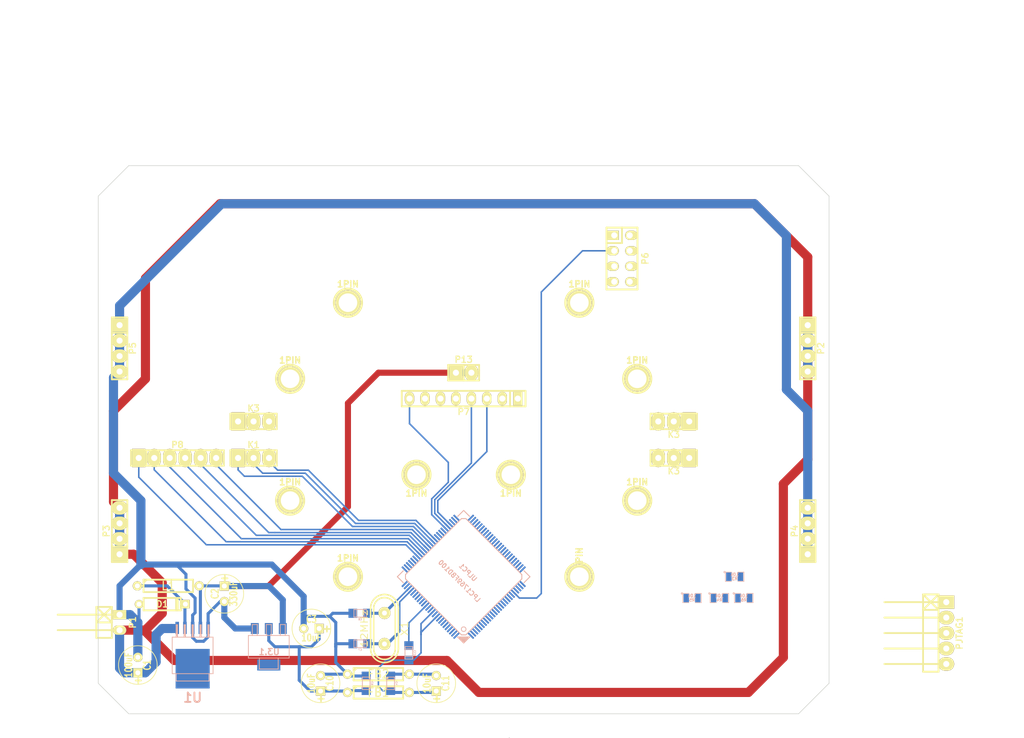
<source format=kicad_pcb>
(kicad_pcb (version 3) (host pcbnew "(2013-07-07 BZR 4022)-stable")

  (general
    (links 108)
    (no_connects 44)
    (area 135.949999 81.949999 256.050001 172.050001)
    (thickness 1.6)
    (drawings 66)
    (tracks 237)
    (zones 0)
    (modules 46)
    (nets 35)
  )

  (page A3)
  (layers
    (15 F.Cu signal)
    (0 B.Cu signal)
    (16 B.Adhes user)
    (17 F.Adhes user)
    (18 B.Paste user)
    (19 F.Paste user)
    (20 B.SilkS user)
    (21 F.SilkS user)
    (22 B.Mask user)
    (23 F.Mask user)
    (24 Dwgs.User user)
    (25 Cmts.User user)
    (26 Eco1.User user)
    (27 Eco2.User user)
    (28 Edge.Cuts user)
  )

  (setup
    (last_trace_width 0.254)
    (user_trace_width 0.5)
    (user_trace_width 1)
    (user_trace_width 1.5)
    (trace_clearance 0.2)
    (zone_clearance 0.508)
    (zone_45_only no)
    (trace_min 0.254)
    (segment_width 0.2)
    (edge_width 0.1)
    (via_size 0.889)
    (via_drill 0.635)
    (via_min_size 0.889)
    (via_min_drill 0.508)
    (uvia_size 0.508)
    (uvia_drill 0.127)
    (uvias_allowed no)
    (uvia_min_size 0.508)
    (uvia_min_drill 0.127)
    (pcb_text_width 0.3)
    (pcb_text_size 1.5 1.5)
    (mod_edge_width 0.15)
    (mod_text_size 1 1)
    (mod_text_width 0.15)
    (pad_size 2.2 2.6)
    (pad_drill 1.00076)
    (pad_to_mask_clearance 0)
    (aux_axis_origin 0 0)
    (visible_elements 7FFFFBFF)
    (pcbplotparams
      (layerselection 3178497)
      (usegerberextensions true)
      (excludeedgelayer true)
      (linewidth 0.150000)
      (plotframeref false)
      (viasonmask false)
      (mode 1)
      (useauxorigin false)
      (hpglpennumber 1)
      (hpglpenspeed 20)
      (hpglpendiameter 15)
      (hpglpenoverlay 2)
      (psnegative false)
      (psa4output false)
      (plotreference true)
      (plotvalue true)
      (plotothertext true)
      (plotinvisibletext false)
      (padsonsilk false)
      (subtractmaskfromsilk false)
      (outputformat 1)
      (mirror false)
      (drillshape 1)
      (scaleselection 1)
      (outputdirectory ""))
  )

  (net 0 "")
  (net 1 +3.3V)
  (net 2 +3.3VADC)
  (net 3 +5V)
  (net 4 /Detector_Cruce/Zero31)
  (net 5 /Detector_Cruce/Zero32)
  (net 6 /Detector_Cruce/Zero33)
  (net 7 GND)
  (net 8 GNDA)
  (net 9 N-0000012)
  (net 10 N-0000013)
  (net 11 N-0000014)
  (net 12 N-0000015)
  (net 13 N-0000016)
  (net 14 N-0000017)
  (net 15 N-0000018)
  (net 16 N-0000019)
  (net 17 N-0000020)
  (net 18 N-0000021)
  (net 19 N-0000022)
  (net 20 N-0000023)
  (net 21 N-0000024)
  (net 22 N-0000025)
  (net 23 N-0000026)
  (net 24 N-0000027)
  (net 25 N-0000028)
  (net 26 N-0000029)
  (net 27 N-000003)
  (net 28 N-0000030)
  (net 29 N-0000031)
  (net 30 N-000004)
  (net 31 N-000006)
  (net 32 N-0000089)
  (net 33 N-0000091)
  (net 34 N-0000092)

  (net_class Default "This is the default net class."
    (clearance 0.2)
    (trace_width 0.254)
    (via_dia 0.889)
    (via_drill 0.635)
    (uvia_dia 0.508)
    (uvia_drill 0.127)
    (add_net "")
    (add_net +3.3V)
    (add_net +3.3VADC)
    (add_net +5V)
    (add_net /Detector_Cruce/Zero31)
    (add_net /Detector_Cruce/Zero32)
    (add_net /Detector_Cruce/Zero33)
    (add_net GND)
    (add_net GNDA)
    (add_net N-0000012)
    (add_net N-0000013)
    (add_net N-0000014)
    (add_net N-0000015)
    (add_net N-0000016)
    (add_net N-0000017)
    (add_net N-0000018)
    (add_net N-0000019)
    (add_net N-0000020)
    (add_net N-0000021)
    (add_net N-0000022)
    (add_net N-0000023)
    (add_net N-0000024)
    (add_net N-0000025)
    (add_net N-0000026)
    (add_net N-0000027)
    (add_net N-0000028)
    (add_net N-0000029)
    (add_net N-000003)
    (add_net N-0000030)
    (add_net N-0000031)
    (add_net N-000004)
    (add_net N-000006)
    (add_net N-0000089)
    (add_net N-0000091)
    (add_net N-0000092)
  )

  (module 1pin (layer F.Cu) (tedit 200000) (tstamp 55FB9DB7)
    (at 215 104.5)
    (descr "module 1 pin (ou trou mecanique de percage)")
    (tags DEV)
    (path 1pin)
    (fp_text reference 1PIN (at 0 -3.048) (layer F.SilkS)
      (effects (font (size 1.016 1.016) (thickness 0.254)))
    )
    (fp_text value P*** (at 0 2.794) (layer F.SilkS) hide
      (effects (font (size 1.016 1.016) (thickness 0.254)))
    )
    (fp_circle (center 0 0) (end 0 -2.286) (layer F.SilkS) (width 0.381))
    (pad 1 thru_hole circle (at 0 0) (size 4.064 4.064) (drill 3.048)
      (layers *.Cu *.Mask F.SilkS)
    )
  )

  (module 1pin (layer F.Cu) (tedit 200000) (tstamp 55FB9DC2)
    (at 224.5 117)
    (descr "module 1 pin (ou trou mecanique de percage)")
    (tags DEV)
    (path 1pin)
    (fp_text reference 1PIN (at 0 -3.048) (layer F.SilkS)
      (effects (font (size 1.016 1.016) (thickness 0.254)))
    )
    (fp_text value P*** (at 0 2.794) (layer F.SilkS) hide
      (effects (font (size 1.016 1.016) (thickness 0.254)))
    )
    (fp_circle (center 0 0) (end 0 -2.286) (layer F.SilkS) (width 0.381))
    (pad 1 thru_hole circle (at 0 0) (size 4.064 4.064) (drill 3.048)
      (layers *.Cu *.Mask F.SilkS)
    )
  )

  (module 1pin (layer F.Cu) (tedit 200000) (tstamp 55FB9DCD)
    (at 177 104.5)
    (descr "module 1 pin (ou trou mecanique de percage)")
    (tags DEV)
    (path 1pin)
    (fp_text reference 1PIN (at 0 -3.048) (layer F.SilkS)
      (effects (font (size 1.016 1.016) (thickness 0.254)))
    )
    (fp_text value P*** (at 0 2.794) (layer F.SilkS) hide
      (effects (font (size 1.016 1.016) (thickness 0.254)))
    )
    (fp_circle (center 0 0) (end 0 -2.286) (layer F.SilkS) (width 0.381))
    (pad 1 thru_hole circle (at 0 0) (size 4.064 4.064) (drill 3.048)
      (layers *.Cu *.Mask F.SilkS)
    )
  )

  (module 1pin (layer F.Cu) (tedit 200000) (tstamp 55FB9DD8)
    (at 167.5 117)
    (descr "module 1 pin (ou trou mecanique de percage)")
    (tags DEV)
    (path 1pin)
    (fp_text reference 1PIN (at 0 -3.048) (layer F.SilkS)
      (effects (font (size 1.016 1.016) (thickness 0.254)))
    )
    (fp_text value P*** (at 0 2.794) (layer F.SilkS) hide
      (effects (font (size 1.016 1.016) (thickness 0.254)))
    )
    (fp_circle (center 0 0) (end 0 -2.286) (layer F.SilkS) (width 0.381))
    (pad 1 thru_hole circle (at 0 0) (size 4.064 4.064) (drill 3.048)
      (layers *.Cu *.Mask F.SilkS)
    )
  )

  (module 1pin (layer F.Cu) (tedit 200000) (tstamp 55FB9DE3)
    (at 167.5 137)
    (descr "module 1 pin (ou trou mecanique de percage)")
    (tags DEV)
    (path 1pin)
    (fp_text reference 1PIN (at 0 -3.048) (layer F.SilkS)
      (effects (font (size 1.016 1.016) (thickness 0.254)))
    )
    (fp_text value P*** (at 0 2.794) (layer F.SilkS) hide
      (effects (font (size 1.016 1.016) (thickness 0.254)))
    )
    (fp_circle (center 0 0) (end 0 -2.286) (layer F.SilkS) (width 0.381))
    (pad 1 thru_hole circle (at 0 0) (size 4.064 4.064) (drill 3.048)
      (layers *.Cu *.Mask F.SilkS)
    )
  )

  (module 1pin (layer F.Cu) (tedit 200000) (tstamp 55FB9DEE)
    (at 177 149.5)
    (descr "module 1 pin (ou trou mecanique de percage)")
    (tags DEV)
    (path 1pin)
    (fp_text reference 1PIN (at 0 -3.048) (layer F.SilkS)
      (effects (font (size 1.016 1.016) (thickness 0.254)))
    )
    (fp_text value P*** (at 0 2.794) (layer F.SilkS) hide
      (effects (font (size 1.016 1.016) (thickness 0.254)))
    )
    (fp_circle (center 0 0) (end 0 -2.286) (layer F.SilkS) (width 0.381))
    (pad 1 thru_hole circle (at 0 0) (size 4.064 4.064) (drill 3.048)
      (layers *.Cu *.Mask F.SilkS)
    )
  )

  (module 1pin (layer F.Cu) (tedit 56233AA7) (tstamp 55FB9DF9)
    (at 215 149.5)
    (descr "module 1 pin (ou trou mecanique de percage)")
    (tags DEV)
    (path 1pin)
    (fp_text reference 1PIN (at 0 -3.048 90) (layer F.SilkS)
      (effects (font (size 1.016 1.016) (thickness 0.254)))
    )
    (fp_text value P*** (at 0 2.794) (layer F.SilkS) hide
      (effects (font (size 1.016 1.016) (thickness 0.254)))
    )
    (fp_circle (center 0 0) (end 0 -2.286) (layer F.SilkS) (width 0.381))
    (pad 1 thru_hole circle (at 0 0) (size 4.064 4.064) (drill 3.048)
      (layers *.Cu *.Mask F.SilkS)
    )
  )

  (module 1pin (layer F.Cu) (tedit 200000) (tstamp 55FB9E04)
    (at 224.5 137)
    (descr "module 1 pin (ou trou mecanique de percage)")
    (tags DEV)
    (path 1pin)
    (fp_text reference 1PIN (at 0 -3.048) (layer F.SilkS)
      (effects (font (size 1.016 1.016) (thickness 0.254)))
    )
    (fp_text value P*** (at 0 2.794) (layer F.SilkS) hide
      (effects (font (size 1.016 1.016) (thickness 0.254)))
    )
    (fp_circle (center 0 0) (end 0 -2.286) (layer F.SilkS) (width 0.381))
    (pad 1 thru_hole circle (at 0 0) (size 4.064 4.064) (drill 3.048)
      (layers *.Cu *.Mask F.SilkS)
    )
  )

  (module pin_strip_3 (layer F.Cu) (tedit 55F6E32B) (tstamp 55FC5A88)
    (at 230.5 124 180)
    (descr "Pin strip 3pin")
    (tags "CONN DEV")
    (path /55AF12FD)
    (fp_text reference K3 (at 0 -2.159 180) (layer F.SilkS)
      (effects (font (size 1.016 1.016) (thickness 0.2032)))
    )
    (fp_text value CONN_3 (at 0.254 -3.556 180) (layer F.SilkS) hide
      (effects (font (size 1.016 0.889) (thickness 0.2032)))
    )
    (fp_line (start -1.27 1.27) (end -1.27 -1.27) (layer F.SilkS) (width 0.3048))
    (fp_line (start -3.81 -1.27) (end 3.81 -1.27) (layer F.SilkS) (width 0.3048))
    (fp_line (start 3.81 -1.27) (end 3.81 1.27) (layer F.SilkS) (width 0.3048))
    (fp_line (start 3.81 1.27) (end -3.81 1.27) (layer F.SilkS) (width 0.3048))
    (fp_line (start -3.81 1.27) (end -3.81 -1.27) (layer F.SilkS) (width 0.3048))
    (pad 1 thru_hole rect (at -2.54 0 180) (size 2.2 3) (drill 1.00076)
      (layers *.Cu *.Mask F.SilkS)
      (net 6 /Detector_Cruce/Zero33)
    )
    (pad 2 thru_hole oval (at 0 0 180) (size 2.2 3) (drill 1.00076)
      (layers *.Cu *.Mask F.SilkS)
      (net 4 /Detector_Cruce/Zero31)
    )
    (pad 3 thru_hole oval (at 2.54 0 180) (size 2.2 3) (drill 1.00076)
      (layers *.Cu *.Mask F.SilkS)
      (net 5 /Detector_Cruce/Zero32)
    )
    (model walter/pin_strip/pin_strip_3.wrl
      (at (xyz 0 0 0))
      (scale (xyz 1 1 1))
      (rotate (xyz 0 0 0))
    )
  )

  (module pin_strip_3 (layer F.Cu) (tedit 55F6E32B) (tstamp 55FC5A9F)
    (at 230.5 130 180)
    (descr "Pin strip 3pin")
    (tags "CONN DEV")
    (path /55AF12FD)
    (fp_text reference K3 (at 0 -2.159 180) (layer F.SilkS)
      (effects (font (size 1.016 1.016) (thickness 0.2032)))
    )
    (fp_text value CONN_3 (at 0.254 -3.556 180) (layer F.SilkS) hide
      (effects (font (size 1.016 0.889) (thickness 0.2032)))
    )
    (fp_line (start -1.27 1.27) (end -1.27 -1.27) (layer F.SilkS) (width 0.3048))
    (fp_line (start -3.81 -1.27) (end 3.81 -1.27) (layer F.SilkS) (width 0.3048))
    (fp_line (start 3.81 -1.27) (end 3.81 1.27) (layer F.SilkS) (width 0.3048))
    (fp_line (start 3.81 1.27) (end -3.81 1.27) (layer F.SilkS) (width 0.3048))
    (fp_line (start -3.81 1.27) (end -3.81 -1.27) (layer F.SilkS) (width 0.3048))
    (pad 1 thru_hole rect (at -2.54 0 180) (size 2.2 3) (drill 1.00076)
      (layers *.Cu *.Mask F.SilkS)
      (net 6 /Detector_Cruce/Zero33)
    )
    (pad 2 thru_hole oval (at 0 0 180) (size 2.2 3) (drill 1.00076)
      (layers *.Cu *.Mask F.SilkS)
      (net 4 /Detector_Cruce/Zero31)
    )
    (pad 3 thru_hole oval (at 2.54 0 180) (size 2.2 3) (drill 1.00076)
      (layers *.Cu *.Mask F.SilkS)
      (net 5 /Detector_Cruce/Zero32)
    )
    (model walter/pin_strip/pin_strip_3.wrl
      (at (xyz 0 0 0))
      (scale (xyz 1 1 1))
      (rotate (xyz 0 0 0))
    )
  )

  (module pin_strip_3 (layer F.Cu) (tedit 55F6E32B) (tstamp 55FC5B02)
    (at 161.5 124)
    (descr "Pin strip 3pin")
    (tags "CONN DEV")
    (path /55AF12FD)
    (fp_text reference K3 (at 0 -2.159) (layer F.SilkS)
      (effects (font (size 1.016 1.016) (thickness 0.2032)))
    )
    (fp_text value CONN_3 (at 0.254 -3.556) (layer F.SilkS) hide
      (effects (font (size 1.016 0.889) (thickness 0.2032)))
    )
    (fp_line (start -1.27 1.27) (end -1.27 -1.27) (layer F.SilkS) (width 0.3048))
    (fp_line (start -3.81 -1.27) (end 3.81 -1.27) (layer F.SilkS) (width 0.3048))
    (fp_line (start 3.81 -1.27) (end 3.81 1.27) (layer F.SilkS) (width 0.3048))
    (fp_line (start 3.81 1.27) (end -3.81 1.27) (layer F.SilkS) (width 0.3048))
    (fp_line (start -3.81 1.27) (end -3.81 -1.27) (layer F.SilkS) (width 0.3048))
    (pad 1 thru_hole rect (at -2.54 0) (size 2.2 3) (drill 1.00076)
      (layers *.Cu *.Mask F.SilkS)
      (net 6 /Detector_Cruce/Zero33)
    )
    (pad 2 thru_hole oval (at 0 0) (size 2.2 3) (drill 1.00076)
      (layers *.Cu *.Mask F.SilkS)
      (net 4 /Detector_Cruce/Zero31)
    )
    (pad 3 thru_hole oval (at 2.54 0) (size 2.2 3) (drill 1.00076)
      (layers *.Cu *.Mask F.SilkS)
      (net 5 /Detector_Cruce/Zero32)
    )
    (model walter/pin_strip/pin_strip_3.wrl
      (at (xyz 0 0 0))
      (scale (xyz 1 1 1))
      (rotate (xyz 0 0 0))
    )
  )

  (module pin_strip_2 (layer F.Cu) (tedit 55FA296F) (tstamp 55FD5C72)
    (at 196 116)
    (descr "Pin strip 2pin")
    (tags "CONN DEV")
    (path /55FB1A6C/562342D0)
    (fp_text reference P13 (at 0 -2.159) (layer F.SilkS)
      (effects (font (size 1.016 1.016) (thickness 0.2032)))
    )
    (fp_text value CONN_2 (at 0.254 -3.556) (layer F.SilkS) hide
      (effects (font (size 1.016 0.889) (thickness 0.2032)))
    )
    (fp_line (start 0 -1.27) (end 0 1.27) (layer F.SilkS) (width 0.3048))
    (fp_line (start 0 1.27) (end -2.54 -1.27) (layer F.SilkS) (width 0.3048))
    (fp_line (start -2.54 1.27) (end 0 -1.27) (layer F.SilkS) (width 0.3048))
    (fp_line (start 2.54 1.27) (end -2.54 1.27) (layer F.SilkS) (width 0.3048))
    (fp_line (start -2.54 -1.27) (end 2.54 -1.27) (layer F.SilkS) (width 0.3048))
    (fp_line (start -2.54 1.27) (end -2.54 -1.27) (layer F.SilkS) (width 0.3048))
    (fp_line (start 2.54 -1.27) (end 2.54 1.27) (layer F.SilkS) (width 0.3048))
    (pad 1 thru_hole rect (at -1.27 0) (size 2.2 2.6) (drill 1.00076)
      (layers *.Cu *.Mask F.SilkS)
      (net 3 +5V)
    )
    (pad 2 thru_hole oval (at 1.27 0) (size 2.2 2.6) (drill 1.00076)
      (layers *.Cu *.Mask F.SilkS)
      (net 3 +5V)
    )
    (model walter/pin_strip/pin_strip_2.wrl
      (at (xyz 0 0 0))
      (scale (xyz 1 1 1))
      (rotate (xyz 0 0 0))
    )
  )

  (module TQFP-100 (layer B.Cu) (tedit 50C32000) (tstamp 55FB20AC)
    (at 196 149.5 135)
    (descr TQFP-100)
    (path /55F71163)
    (fp_text reference ULPC1 (at 0 1.00076 135) (layer B.SilkS)
      (effects (font (size 0.7493 0.7493) (thickness 0.14986)) (justify mirror))
    )
    (fp_text value LPC1769FBD100 (at 0 -1.00076 135) (layer B.SilkS)
      (effects (font (size 0.7493 0.7493) (thickness 0.14986)) (justify mirror))
    )
    (fp_line (start -7.69874 -7.50062) (end -7.50062 -7.69874) (layer B.SilkS) (width 0.14986))
    (fp_line (start -7.29996 -7.69874) (end -7.69874 -7.29996) (layer B.SilkS) (width 0.14986))
    (fp_line (start -7.69874 -7.0993) (end -7.0993 -7.69874) (layer B.SilkS) (width 0.14986))
    (fp_line (start -6.90118 -7.69874) (end -7.69874 -6.90118) (layer B.SilkS) (width 0.14986))
    (fp_line (start -7.69874 -6.70052) (end -6.70052 -7.69874) (layer B.SilkS) (width 0.14986))
    (fp_line (start -6.49986 -7.69874) (end -7.69874 -6.49986) (layer B.SilkS) (width 0.14986))
    (fp_line (start -6.2992 -7.69874) (end -7.69874 -7.69874) (layer B.SilkS) (width 0.14986))
    (fp_line (start -7.69874 -7.69874) (end -7.69874 -6.2992) (layer B.SilkS) (width 0.14986))
    (fp_line (start -7.69874 -6.2992) (end -6.2992 -7.69874) (layer B.SilkS) (width 0.14986))
    (fp_line (start 7.69874 -6.2992) (end 7.69874 -7.69874) (layer B.SilkS) (width 0.14986))
    (fp_line (start 7.69874 -7.69874) (end 6.2992 -7.69874) (layer B.SilkS) (width 0.14986))
    (fp_line (start 6.2992 7.69874) (end 7.69874 7.69874) (layer B.SilkS) (width 0.14986))
    (fp_line (start 7.69874 7.69874) (end 7.69874 6.4008) (layer B.SilkS) (width 0.14986))
    (fp_line (start 7.69874 6.4008) (end 7.69874 6.2992) (layer B.SilkS) (width 0.14986))
    (fp_line (start -7.69874 6.2992) (end -7.69874 7.69874) (layer B.SilkS) (width 0.14986))
    (fp_line (start -7.69874 7.69874) (end -6.2992 7.69874) (layer B.SilkS) (width 0.14986))
    (fp_line (start -6.49986 -7.00024) (end -7.00024 -6.49986) (layer B.SilkS) (width 0.14986))
    (fp_line (start -7.00024 -6.49986) (end -7.00024 6.49986) (layer B.SilkS) (width 0.14986))
    (fp_line (start -7.00024 6.49986) (end -6.49986 7.00024) (layer B.SilkS) (width 0.14986))
    (fp_line (start -6.49986 7.00024) (end 6.49986 7.00024) (layer B.SilkS) (width 0.14986))
    (fp_line (start 6.49986 7.00024) (end 7.00024 6.49986) (layer B.SilkS) (width 0.14986))
    (fp_line (start 7.00024 6.49986) (end 7.00024 -6.49986) (layer B.SilkS) (width 0.14986))
    (fp_line (start 7.00024 -6.49986) (end 6.49986 -7.00024) (layer B.SilkS) (width 0.14986))
    (fp_line (start 6.49986 -7.00024) (end -6.49986 -7.00024) (layer B.SilkS) (width 0.14986))
    (fp_circle (center -6.08838 -6.08838) (end -6.31698 -6.39318) (layer B.SilkS) (width 0.127))
    (pad 4 smd rect (at -4.50088 -7.67588 135) (size 0.29972 1.30048)
      (layers B.Cu B.Paste B.Mask)
    )
    (pad 5 smd rect (at -4.0005 -7.67588 135) (size 0.29972 1.30048)
      (layers B.Cu B.Paste B.Mask)
    )
    (pad 6 smd rect (at -3.50012 -7.67588 135) (size 0.29972 1.30048)
      (layers B.Cu B.Paste B.Mask)
    )
    (pad 7 smd rect (at -2.99974 -7.67588 135) (size 0.29972 1.30048)
      (layers B.Cu B.Paste B.Mask)
    )
    (pad 8 smd rect (at -2.49936 -7.67588 135) (size 0.29972 1.30048)
      (layers B.Cu B.Paste B.Mask)
    )
    (pad 1 smd rect (at -5.99948 -7.67588 135) (size 0.29972 1.30048)
      (layers B.Cu B.Paste B.Mask)
      (net 27 N-000003)
    )
    (pad 2 smd rect (at -5.4991 -7.67588 135) (size 0.29972 1.30048)
      (layers B.Cu B.Paste B.Mask)
      (net 31 N-000006)
    )
    (pad 3 smd rect (at -5.00126 -7.67588 135) (size 0.29972 1.30048)
      (layers B.Cu B.Paste B.Mask)
      (net 30 N-000004)
    )
    (pad 17 smd rect (at 1.99898 -7.67588 135) (size 0.29972 1.30048)
      (layers B.Cu B.Paste B.Mask)
    )
    (pad 18 smd rect (at 2.49936 -7.67588 135) (size 0.29972 1.30048)
      (layers B.Cu B.Paste B.Mask)
    )
    (pad 19 smd rect (at 2.99974 -7.67588 135) (size 0.29972 1.30048)
      (layers B.Cu B.Paste B.Mask)
    )
    (pad 20 smd rect (at 3.50012 -7.67588 135) (size 0.29972 1.30048)
      (layers B.Cu B.Paste B.Mask)
    )
    (pad 21 smd rect (at 4.0005 -7.67588 135) (size 0.29972 1.30048)
      (layers B.Cu B.Paste B.Mask)
    )
    (pad 22 smd rect (at 4.50088 -7.67588 135) (size 0.29972 1.30048)
      (layers B.Cu B.Paste B.Mask)
      (net 9 N-0000012)
    )
    (pad 23 smd rect (at 5.00126 -7.67588 135) (size 0.29972 1.30048)
      (layers B.Cu B.Paste B.Mask)
      (net 32 N-0000089)
    )
    (pad 24 smd rect (at 5.4991 -7.67588 135) (size 0.29972 1.30048)
      (layers B.Cu B.Paste B.Mask)
    )
    (pad 33 smd rect (at 7.67588 -2.49936 135) (size 1.30048 0.29972)
      (layers B.Cu B.Paste B.Mask)
      (net 28 N-0000030)
    )
    (pad 34 smd rect (at 7.67588 -1.99898 135) (size 1.30048 0.29972)
      (layers B.Cu B.Paste B.Mask)
      (net 17 N-0000020)
    )
    (pad 35 smd rect (at 7.67588 -1.50114 135) (size 1.30048 0.29972)
      (layers B.Cu B.Paste B.Mask)
      (net 23 N-0000026)
    )
    (pad 36 smd rect (at 7.67588 -1.00076 135) (size 1.30048 0.29972)
      (layers B.Cu B.Paste B.Mask)
      (net 16 N-0000019)
    )
    (pad 37 smd rect (at 7.67588 -0.50038 135) (size 1.30048 0.29972)
      (layers B.Cu B.Paste B.Mask)
      (net 15 N-0000018)
    )
    (pad 38 smd rect (at 7.67588 0 135) (size 1.30048 0.29972)
      (layers B.Cu B.Paste B.Mask)
      (net 14 N-0000017)
    )
    (pad 39 smd rect (at 7.67588 0.50038 135) (size 1.30048 0.29972)
      (layers B.Cu B.Paste B.Mask)
      (net 20 N-0000023)
    )
    (pad 40 smd rect (at 7.67588 1.00076 135) (size 1.30048 0.29972)
      (layers B.Cu B.Paste B.Mask)
      (net 25 N-0000028)
    )
    (pad 49 smd rect (at 7.67588 5.4991 135) (size 1.30048 0.29972)
      (layers B.Cu B.Paste B.Mask)
    )
    (pad 50 smd rect (at 7.67588 5.99948 135) (size 1.30048 0.29972)
      (layers B.Cu B.Paste B.Mask)
    )
    (pad 51 smd rect (at 5.99948 7.67588 135) (size 0.29972 1.30048)
      (layers B.Cu B.Paste B.Mask)
    )
    (pad 52 smd rect (at 5.4991 7.67588 135) (size 0.29972 1.30048)
      (layers B.Cu B.Paste B.Mask)
    )
    (pad 53 smd rect (at 5.00126 7.67588 135) (size 0.29972 1.30048)
      (layers B.Cu B.Paste B.Mask)
    )
    (pad 54 smd rect (at 4.50088 7.67588 135) (size 0.29972 1.30048)
      (layers B.Cu B.Paste B.Mask)
      (net 1 +3.3V)
    )
    (pad 55 smd rect (at 4.0005 7.67588 135) (size 0.29972 1.30048)
      (layers B.Cu B.Paste B.Mask)
      (net 7 GND)
    )
    (pad 56 smd rect (at 3.50012 7.67588 135) (size 0.29972 1.30048)
      (layers B.Cu B.Paste B.Mask)
    )
    (pad 9 smd rect (at -1.99898 -7.67588 135) (size 0.29972 1.30048)
      (layers B.Cu B.Paste B.Mask)
    )
    (pad 10 smd rect (at -1.50114 -7.67588 135) (size 0.29972 1.30048)
      (layers B.Cu B.Paste B.Mask)
      (net 2 +3.3VADC)
    )
    (pad 11 smd rect (at -1.00076 -7.67588 135) (size 0.29972 1.30048)
      (layers B.Cu B.Paste B.Mask)
      (net 8 GNDA)
    )
    (pad 25 smd rect (at 5.99948 -7.67588 135) (size 0.29972 1.30048)
      (layers B.Cu B.Paste B.Mask)
    )
    (pad 26 smd rect (at 7.67588 -5.99948 135) (size 1.30048 0.29972)
      (layers B.Cu B.Paste B.Mask)
    )
    (pad 27 smd rect (at 7.67588 -5.4991 135) (size 1.30048 0.29972)
      (layers B.Cu B.Paste B.Mask)
    )
    (pad 41 smd rect (at 7.67588 1.50114 135) (size 1.30048 0.29972)
      (layers B.Cu B.Paste B.Mask)
      (net 7 GND)
    )
    (pad 42 smd rect (at 7.67588 1.99898 135) (size 1.30048 0.29972)
      (layers B.Cu B.Paste B.Mask)
      (net 1 +3.3V)
    )
    (pad 43 smd rect (at 7.67588 2.49936 135) (size 1.30048 0.29972)
      (layers B.Cu B.Paste B.Mask)
    )
    (pad 57 smd rect (at 2.99974 7.67588 135) (size 0.29972 1.30048)
      (layers B.Cu B.Paste B.Mask)
    )
    (pad 58 smd rect (at 2.49936 7.67588 135) (size 0.29972 1.30048)
      (layers B.Cu B.Paste B.Mask)
    )
    (pad 59 smd rect (at 1.99898 7.67588 135) (size 0.29972 1.30048)
      (layers B.Cu B.Paste B.Mask)
    )
    (pad 12 smd rect (at -0.50038 -7.67588 135) (size 0.29972 1.30048)
      (layers B.Cu B.Paste B.Mask)
      (net 2 +3.3VADC)
    )
    (pad 13 smd rect (at 0 -7.67588 135) (size 0.29972 1.30048)
      (layers B.Cu B.Paste B.Mask)
    )
    (pad 14 smd rect (at 0.50038 -7.67588 135) (size 0.29972 1.30048)
      (layers B.Cu B.Paste B.Mask)
    )
    (pad 15 smd rect (at 1.00076 -7.67588 135) (size 0.29972 1.30048)
      (layers B.Cu B.Paste B.Mask)
      (net 8 GNDA)
    )
    (pad 16 smd rect (at 1.50114 -7.67588 135) (size 0.29972 1.30048)
      (layers B.Cu B.Paste B.Mask)
    )
    (pad 28 smd rect (at 7.67588 -5.00126 135) (size 1.30048 0.29972)
      (layers B.Cu B.Paste B.Mask)
      (net 1 +3.3V)
    )
    (pad 29 smd rect (at 7.67588 -4.50088 135) (size 1.30048 0.29972)
      (layers B.Cu B.Paste B.Mask)
    )
    (pad 30 smd rect (at 7.67588 -4.0005 135) (size 1.30048 0.29972)
      (layers B.Cu B.Paste B.Mask)
    )
    (pad 31 smd rect (at 7.67588 -3.50012 135) (size 1.30048 0.29972)
      (layers B.Cu B.Paste B.Mask)
      (net 7 GND)
    )
    (pad 32 smd rect (at 7.67588 -2.99974 135) (size 1.30048 0.29972)
      (layers B.Cu B.Paste B.Mask)
      (net 18 N-0000021)
    )
    (pad 44 smd rect (at 7.67588 2.99974 135) (size 1.30048 0.29972)
      (layers B.Cu B.Paste B.Mask)
    )
    (pad 45 smd rect (at 7.67588 3.50012 135) (size 1.30048 0.29972)
      (layers B.Cu B.Paste B.Mask)
      (net 24 N-0000027)
    )
    (pad 46 smd rect (at 7.67588 4.0005 135) (size 1.30048 0.29972)
      (layers B.Cu B.Paste B.Mask)
      (net 19 N-0000022)
    )
    (pad 47 smd rect (at 7.67588 4.50088 135) (size 1.30048 0.29972)
      (layers B.Cu B.Paste B.Mask)
      (net 13 N-0000016)
    )
    (pad 48 smd rect (at 7.67588 5.00126 135) (size 1.30048 0.29972)
      (layers B.Cu B.Paste B.Mask)
    )
    (pad 60 smd rect (at 1.50114 7.67588 135) (size 0.29972 1.30048)
      (layers B.Cu B.Paste B.Mask)
    )
    (pad 61 smd rect (at 1.00076 7.67588 135) (size 0.29972 1.30048)
      (layers B.Cu B.Paste B.Mask)
    )
    (pad 62 smd rect (at 0.50038 7.67588 135) (size 0.29972 1.30048)
      (layers B.Cu B.Paste B.Mask)
    )
    (pad 63 smd rect (at 0 7.67588 135) (size 0.29972 1.30048)
      (layers B.Cu B.Paste B.Mask)
    )
    (pad 64 smd rect (at -0.50038 7.67588 135) (size 0.29972 1.30048)
      (layers B.Cu B.Paste B.Mask)
    )
    (pad 65 smd rect (at -1.00076 7.67588 135) (size 0.29972 1.30048)
      (layers B.Cu B.Paste B.Mask)
    )
    (pad 66 smd rect (at -1.50114 7.67588 135) (size 0.29972 1.30048)
      (layers B.Cu B.Paste B.Mask)
    )
    (pad 67 smd rect (at -1.99898 7.67588 135) (size 0.29972 1.30048)
      (layers B.Cu B.Paste B.Mask)
    )
    (pad 68 smd rect (at -2.49936 7.67588 135) (size 0.29972 1.30048)
      (layers B.Cu B.Paste B.Mask)
    )
    (pad 69 smd rect (at -2.99974 7.67588 135) (size 0.29972 1.30048)
      (layers B.Cu B.Paste B.Mask)
    )
    (pad 70 smd rect (at -3.50012 7.67588 135) (size 0.29972 1.30048)
      (layers B.Cu B.Paste B.Mask)
    )
    (pad 71 smd rect (at -4.0005 7.67588 135) (size 0.29972 1.30048)
      (layers B.Cu B.Paste B.Mask)
      (net 1 +3.3V)
    )
    (pad 72 smd rect (at -4.50088 7.67588 135) (size 0.29972 1.30048)
      (layers B.Cu B.Paste B.Mask)
      (net 7 GND)
    )
    (pad 73 smd rect (at -5.00126 7.67588 135) (size 0.29972 1.30048)
      (layers B.Cu B.Paste B.Mask)
    )
    (pad 74 smd rect (at -5.4991 7.67588 135) (size 0.29972 1.30048)
      (layers B.Cu B.Paste B.Mask)
    )
    (pad 75 smd rect (at -5.99948 7.67588 135) (size 0.29972 1.30048)
      (layers B.Cu B.Paste B.Mask)
    )
    (pad 76 smd rect (at -7.67588 5.99948 135) (size 1.30048 0.29972)
      (layers B.Cu B.Paste B.Mask)
      (net 22 N-0000025)
    )
    (pad 77 smd rect (at -7.67588 5.4991 135) (size 1.30048 0.29972)
      (layers B.Cu B.Paste B.Mask)
      (net 10 N-0000013)
    )
    (pad 78 smd rect (at -7.67588 5.00126 135) (size 1.30048 0.29972)
      (layers B.Cu B.Paste B.Mask)
      (net 11 N-0000014)
    )
    (pad 79 smd rect (at -7.67588 4.50088 135) (size 1.30048 0.29972)
      (layers B.Cu B.Paste B.Mask)
      (net 26 N-0000029)
    )
    (pad 80 smd rect (at -7.67588 4.0005 135) (size 1.30048 0.29972)
      (layers B.Cu B.Paste B.Mask)
      (net 12 N-0000015)
    )
    (pad 81 smd rect (at -7.67588 3.50012 135) (size 1.30048 0.29972)
      (layers B.Cu B.Paste B.Mask)
      (net 21 N-0000024)
    )
    (pad 82 smd rect (at -7.67588 2.99974 135) (size 1.30048 0.29972)
      (layers B.Cu B.Paste B.Mask)
    )
    (pad 83 smd rect (at -7.67588 2.49936 135) (size 1.30048 0.29972)
      (layers B.Cu B.Paste B.Mask)
      (net 7 GND)
    )
    (pad 84 smd rect (at -7.67588 1.99898 135) (size 1.30048 0.29972)
      (layers B.Cu B.Paste B.Mask)
      (net 1 +3.3V)
    )
    (pad 85 smd rect (at -7.67588 1.50114 135) (size 1.30048 0.29972)
      (layers B.Cu B.Paste B.Mask)
    )
    (pad 86 smd rect (at -7.67588 1.00076 135) (size 1.30048 0.29972)
      (layers B.Cu B.Paste B.Mask)
    )
    (pad 87 smd rect (at -7.67588 0.50038 135) (size 1.30048 0.29972)
      (layers B.Cu B.Paste B.Mask)
    )
    (pad 88 smd rect (at -7.67588 0 135) (size 1.30048 0.29972)
      (layers B.Cu B.Paste B.Mask)
    )
    (pad 89 smd rect (at -7.67588 -0.50038 135) (size 1.30048 0.29972)
      (layers B.Cu B.Paste B.Mask)
    )
    (pad 90 smd rect (at -7.67588 -1.00076 135) (size 1.30048 0.29972)
      (layers B.Cu B.Paste B.Mask)
    )
    (pad 91 smd rect (at -7.67588 -1.50114 135) (size 1.30048 0.29972)
      (layers B.Cu B.Paste B.Mask)
    )
    (pad 92 smd rect (at -7.67588 -1.99898 135) (size 1.30048 0.29972)
      (layers B.Cu B.Paste B.Mask)
    )
    (pad 93 smd rect (at -7.67588 -2.49936 135) (size 1.30048 0.29972)
      (layers B.Cu B.Paste B.Mask)
    )
    (pad 94 smd rect (at -7.67588 -2.99974 135) (size 1.30048 0.29972)
      (layers B.Cu B.Paste B.Mask)
    )
    (pad 95 smd rect (at -7.67588 -3.50012 135) (size 1.30048 0.29972)
      (layers B.Cu B.Paste B.Mask)
    )
    (pad 96 smd rect (at -7.67588 -4.0005 135) (size 1.30048 0.29972)
      (layers B.Cu B.Paste B.Mask)
      (net 1 +3.3V)
    )
    (pad 97 smd rect (at -7.67588 -4.50088 135) (size 1.30048 0.29972)
      (layers B.Cu B.Paste B.Mask)
      (net 7 GND)
    )
    (pad 98 smd rect (at -7.67588 -5.00126 135) (size 1.30048 0.29972)
      (layers B.Cu B.Paste B.Mask)
    )
    (pad 99 smd rect (at -7.67588 -5.4991 135) (size 1.30048 0.29972)
      (layers B.Cu B.Paste B.Mask)
    )
    (pad 100 smd rect (at -7.67588 -5.99948 135) (size 1.30048 0.29972)
      (layers B.Cu B.Paste B.Mask)
      (net 29 N-0000031)
    )
    (model walter/smd_lqfp/tqfp-100.wrl
      (at (xyz 0 0 0))
      (scale (xyz 1 1 1))
      (rotate (xyz 0 0 0))
    )
  )

  (module SM0805 (layer B.Cu) (tedit 5091495C) (tstamp 55FB20B9)
    (at 240.5 149.5)
    (path /55F7363D)
    (attr smd)
    (fp_text reference R3 (at 0 0.3175) (layer B.SilkS)
      (effects (font (size 0.50038 0.50038) (thickness 0.10922)) (justify mirror))
    )
    (fp_text value 10k (at 0 -0.381) (layer B.SilkS)
      (effects (font (size 0.50038 0.50038) (thickness 0.10922)) (justify mirror))
    )
    (fp_circle (center -1.651 -0.762) (end -1.651 -0.635) (layer B.SilkS) (width 0.09906))
    (fp_line (start -0.508 -0.762) (end -1.524 -0.762) (layer B.SilkS) (width 0.09906))
    (fp_line (start -1.524 -0.762) (end -1.524 0.762) (layer B.SilkS) (width 0.09906))
    (fp_line (start -1.524 0.762) (end -0.508 0.762) (layer B.SilkS) (width 0.09906))
    (fp_line (start 0.508 0.762) (end 1.524 0.762) (layer B.SilkS) (width 0.09906))
    (fp_line (start 1.524 0.762) (end 1.524 -0.762) (layer B.SilkS) (width 0.09906))
    (fp_line (start 1.524 -0.762) (end 0.508 -0.762) (layer B.SilkS) (width 0.09906))
    (pad 1 smd rect (at -0.9525 0) (size 0.889 1.397)
      (layers B.Cu B.Paste B.Mask)
      (net 29 N-0000031)
    )
    (pad 2 smd rect (at 0.9525 0) (size 0.889 1.397)
      (layers B.Cu B.Paste B.Mask)
      (net 7 GND)
    )
    (model smd/chip_cms.wrl
      (at (xyz 0 0 0))
      (scale (xyz 0.1 0.1 0.1))
      (rotate (xyz 0 0 0))
    )
  )

  (module SM0805 (layer B.Cu) (tedit 5091495C) (tstamp 55FB20C6)
    (at 242 153)
    (path /55F7362E)
    (attr smd)
    (fp_text reference R6 (at 0 0.3175) (layer B.SilkS)
      (effects (font (size 0.50038 0.50038) (thickness 0.10922)) (justify mirror))
    )
    (fp_text value 10k (at 0 -0.381) (layer B.SilkS)
      (effects (font (size 0.50038 0.50038) (thickness 0.10922)) (justify mirror))
    )
    (fp_circle (center -1.651 -0.762) (end -1.651 -0.635) (layer B.SilkS) (width 0.09906))
    (fp_line (start -0.508 -0.762) (end -1.524 -0.762) (layer B.SilkS) (width 0.09906))
    (fp_line (start -1.524 -0.762) (end -1.524 0.762) (layer B.SilkS) (width 0.09906))
    (fp_line (start -1.524 0.762) (end -0.508 0.762) (layer B.SilkS) (width 0.09906))
    (fp_line (start 0.508 0.762) (end 1.524 0.762) (layer B.SilkS) (width 0.09906))
    (fp_line (start 1.524 0.762) (end 1.524 -0.762) (layer B.SilkS) (width 0.09906))
    (fp_line (start 1.524 -0.762) (end 0.508 -0.762) (layer B.SilkS) (width 0.09906))
    (pad 1 smd rect (at -0.9525 0) (size 0.889 1.397)
      (layers B.Cu B.Paste B.Mask)
      (net 1 +3.3V)
    )
    (pad 2 smd rect (at 0.9525 0) (size 0.889 1.397)
      (layers B.Cu B.Paste B.Mask)
      (net 27 N-000003)
    )
    (model smd/chip_cms.wrl
      (at (xyz 0 0 0))
      (scale (xyz 0.1 0.1 0.1))
      (rotate (xyz 0 0 0))
    )
  )

  (module SM0805 (layer B.Cu) (tedit 5091495C) (tstamp 55FB20D3)
    (at 238 153)
    (path /55F73606)
    (attr smd)
    (fp_text reference R4 (at 0 0.3175) (layer B.SilkS)
      (effects (font (size 0.50038 0.50038) (thickness 0.10922)) (justify mirror))
    )
    (fp_text value 10k (at 0 -0.381) (layer B.SilkS)
      (effects (font (size 0.50038 0.50038) (thickness 0.10922)) (justify mirror))
    )
    (fp_circle (center -1.651 -0.762) (end -1.651 -0.635) (layer B.SilkS) (width 0.09906))
    (fp_line (start -0.508 -0.762) (end -1.524 -0.762) (layer B.SilkS) (width 0.09906))
    (fp_line (start -1.524 -0.762) (end -1.524 0.762) (layer B.SilkS) (width 0.09906))
    (fp_line (start -1.524 0.762) (end -0.508 0.762) (layer B.SilkS) (width 0.09906))
    (fp_line (start 0.508 0.762) (end 1.524 0.762) (layer B.SilkS) (width 0.09906))
    (fp_line (start 1.524 0.762) (end 1.524 -0.762) (layer B.SilkS) (width 0.09906))
    (fp_line (start 1.524 -0.762) (end 0.508 -0.762) (layer B.SilkS) (width 0.09906))
    (pad 1 smd rect (at -0.9525 0) (size 0.889 1.397)
      (layers B.Cu B.Paste B.Mask)
      (net 1 +3.3V)
    )
    (pad 2 smd rect (at 0.9525 0) (size 0.889 1.397)
      (layers B.Cu B.Paste B.Mask)
      (net 30 N-000004)
    )
    (model smd/chip_cms.wrl
      (at (xyz 0 0 0))
      (scale (xyz 0.1 0.1 0.1))
      (rotate (xyz 0 0 0))
    )
  )

  (module SM0805 (layer B.Cu) (tedit 5091495C) (tstamp 55FB20E0)
    (at 233.5 153)
    (path /55F735F7)
    (attr smd)
    (fp_text reference R5 (at 0 0.3175) (layer B.SilkS)
      (effects (font (size 0.50038 0.50038) (thickness 0.10922)) (justify mirror))
    )
    (fp_text value 10k (at 0 -0.381) (layer B.SilkS)
      (effects (font (size 0.50038 0.50038) (thickness 0.10922)) (justify mirror))
    )
    (fp_circle (center -1.651 -0.762) (end -1.651 -0.635) (layer B.SilkS) (width 0.09906))
    (fp_line (start -0.508 -0.762) (end -1.524 -0.762) (layer B.SilkS) (width 0.09906))
    (fp_line (start -1.524 -0.762) (end -1.524 0.762) (layer B.SilkS) (width 0.09906))
    (fp_line (start -1.524 0.762) (end -0.508 0.762) (layer B.SilkS) (width 0.09906))
    (fp_line (start 0.508 0.762) (end 1.524 0.762) (layer B.SilkS) (width 0.09906))
    (fp_line (start 1.524 0.762) (end 1.524 -0.762) (layer B.SilkS) (width 0.09906))
    (fp_line (start 1.524 -0.762) (end 0.508 -0.762) (layer B.SilkS) (width 0.09906))
    (pad 1 smd rect (at -0.9525 0) (size 0.889 1.397)
      (layers B.Cu B.Paste B.Mask)
      (net 1 +3.3V)
    )
    (pad 2 smd rect (at 0.9525 0) (size 0.889 1.397)
      (layers B.Cu B.Paste B.Mask)
      (net 31 N-000006)
    )
    (model smd/chip_cms.wrl
      (at (xyz 0 0 0))
      (scale (xyz 0.1 0.1 0.1))
      (rotate (xyz 0 0 0))
    )
  )

  (module D3 (layer F.Cu) (tedit 200000) (tstamp 55FB2127)
    (at 146.5 154)
    (descr "Diode 3 pas")
    (tags "DIODE DEV")
    (path /55FB1A6C/55FB1B24)
    (fp_text reference D1 (at 0 0) (layer F.SilkS)
      (effects (font (size 1.016 1.016) (thickness 0.2032)))
    )
    (fp_text value 1N5819 (at 0 0) (layer F.SilkS) hide
      (effects (font (size 1.016 1.016) (thickness 0.2032)))
    )
    (fp_line (start 3.81 0) (end 3.048 0) (layer F.SilkS) (width 0.3048))
    (fp_line (start 3.048 0) (end 3.048 -1.016) (layer F.SilkS) (width 0.3048))
    (fp_line (start 3.048 -1.016) (end -3.048 -1.016) (layer F.SilkS) (width 0.3048))
    (fp_line (start -3.048 -1.016) (end -3.048 0) (layer F.SilkS) (width 0.3048))
    (fp_line (start -3.048 0) (end -3.81 0) (layer F.SilkS) (width 0.3048))
    (fp_line (start -3.048 0) (end -3.048 1.016) (layer F.SilkS) (width 0.3048))
    (fp_line (start -3.048 1.016) (end 3.048 1.016) (layer F.SilkS) (width 0.3048))
    (fp_line (start 3.048 1.016) (end 3.048 0) (layer F.SilkS) (width 0.3048))
    (fp_line (start 2.54 -1.016) (end 2.54 1.016) (layer F.SilkS) (width 0.3048))
    (fp_line (start 2.286 1.016) (end 2.286 -1.016) (layer F.SilkS) (width 0.3048))
    (pad 2 thru_hole rect (at 3.81 0) (size 1.397 1.397) (drill 0.8128)
      (layers *.Cu *.Mask F.SilkS)
      (net 33 N-0000091)
    )
    (pad 1 thru_hole circle (at -3.81 0) (size 1.397 1.397) (drill 0.8128)
      (layers *.Cu *.Mask F.SilkS)
      (net 7 GND)
    )
    (model discret/diode.wrl
      (at (xyz 0 0 0))
      (scale (xyz 0.3 0.3 0.3))
      (rotate (xyz 0 0 0))
    )
  )

  (module c_0805 (layer B.Cu) (tedit 55E34AC8) (tstamp 55FB2149)
    (at 180 167 90)
    (descr "SMT capacitor, 0805")
    (path /55F726B3)
    (fp_text reference C9 (at 0 0.9906 90) (layer B.SilkS)
      (effects (font (size 0.29972 0.29972) (thickness 0.06096)) (justify mirror))
    )
    (fp_text value 100nF (at 0 -0.9906 90) (layer B.SilkS) hide
      (effects (font (size 0.29972 0.29972) (thickness 0.06096)) (justify mirror))
    )
    (fp_line (start 0.635 0.635) (end 0.635 -0.635) (layer B.SilkS) (width 0.127))
    (fp_line (start -0.635 0.635) (end -0.635 -0.6096) (layer B.SilkS) (width 0.127))
    (fp_line (start -1.016 0.635) (end 1.016 0.635) (layer B.SilkS) (width 0.127))
    (fp_line (start 1.016 0.635) (end 1.016 -0.635) (layer B.SilkS) (width 0.127))
    (fp_line (start 1.016 -0.635) (end -1.016 -0.635) (layer B.SilkS) (width 0.127))
    (fp_line (start -1.016 -0.635) (end -1.016 0.635) (layer B.SilkS) (width 0.127))
    (pad 2 smd rect (at 1.2 0 90) (size 1.43 1.5)
      (layers B.Cu B.Paste B.Mask)
      (net 7 GND)
    )
    (pad 1 smd rect (at -1.2 0 90) (size 1.43 1.5)
      (layers B.Cu B.Paste B.Mask)
      (net 1 +3.3V)
    )
    (model smd/capacitors/c_0805.wrl
      (at (xyz 0 0 0))
      (scale (xyz 1 1 1))
      (rotate (xyz 0 0 0))
    )
  )

  (module c_0805 (layer B.Cu) (tedit 55E34AC8) (tstamp 55FB2155)
    (at 187 162 90)
    (descr "SMT capacitor, 0805")
    (path /55F72516)
    (fp_text reference C12 (at 0 0.9906 90) (layer B.SilkS)
      (effects (font (size 0.29972 0.29972) (thickness 0.06096)) (justify mirror))
    )
    (fp_text value 100nF (at 0 -0.9906 90) (layer B.SilkS) hide
      (effects (font (size 0.29972 0.29972) (thickness 0.06096)) (justify mirror))
    )
    (fp_line (start 0.635 0.635) (end 0.635 -0.635) (layer B.SilkS) (width 0.127))
    (fp_line (start -0.635 0.635) (end -0.635 -0.6096) (layer B.SilkS) (width 0.127))
    (fp_line (start -1.016 0.635) (end 1.016 0.635) (layer B.SilkS) (width 0.127))
    (fp_line (start 1.016 0.635) (end 1.016 -0.635) (layer B.SilkS) (width 0.127))
    (fp_line (start 1.016 -0.635) (end -1.016 -0.635) (layer B.SilkS) (width 0.127))
    (fp_line (start -1.016 -0.635) (end -1.016 0.635) (layer B.SilkS) (width 0.127))
    (pad 2 smd rect (at 1.2 0 90) (size 1.43 1.5)
      (layers B.Cu B.Paste B.Mask)
      (net 8 GNDA)
    )
    (pad 1 smd rect (at -1.2 0 90) (size 1.43 1.5)
      (layers B.Cu B.Paste B.Mask)
      (net 2 +3.3VADC)
    )
    (model smd/capacitors/c_0805.wrl
      (at (xyz 0 0 0))
      (scale (xyz 1 1 1))
      (rotate (xyz 0 0 0))
    )
  )

  (module c_0805 (layer B.Cu) (tedit 55E34AC8) (tstamp 55FB2161)
    (at 179 155.5)
    (descr "SMT capacitor, 0805")
    (path /55F717C8)
    (fp_text reference C8 (at 0 0.9906) (layer B.SilkS)
      (effects (font (size 0.29972 0.29972) (thickness 0.06096)) (justify mirror))
    )
    (fp_text value 18p (at 0 -0.9906) (layer B.SilkS) hide
      (effects (font (size 0.29972 0.29972) (thickness 0.06096)) (justify mirror))
    )
    (fp_line (start 0.635 0.635) (end 0.635 -0.635) (layer B.SilkS) (width 0.127))
    (fp_line (start -0.635 0.635) (end -0.635 -0.6096) (layer B.SilkS) (width 0.127))
    (fp_line (start -1.016 0.635) (end 1.016 0.635) (layer B.SilkS) (width 0.127))
    (fp_line (start 1.016 0.635) (end 1.016 -0.635) (layer B.SilkS) (width 0.127))
    (fp_line (start 1.016 -0.635) (end -1.016 -0.635) (layer B.SilkS) (width 0.127))
    (fp_line (start -1.016 -0.635) (end -1.016 0.635) (layer B.SilkS) (width 0.127))
    (pad 2 smd rect (at 1.2 0) (size 1.43 1.5)
      (layers B.Cu B.Paste B.Mask)
      (net 32 N-0000089)
    )
    (pad 1 smd rect (at -1.2 0) (size 1.43 1.5)
      (layers B.Cu B.Paste B.Mask)
      (net 7 GND)
    )
    (model smd/capacitors/c_0805.wrl
      (at (xyz 0 0 0))
      (scale (xyz 1 1 1))
      (rotate (xyz 0 0 0))
    )
  )

  (module c_0805 (layer B.Cu) (tedit 55E34AC8) (tstamp 55FB216D)
    (at 179 160.5)
    (descr "SMT capacitor, 0805")
    (path /55F717B9)
    (fp_text reference C7 (at 0 0.9906) (layer B.SilkS)
      (effects (font (size 0.29972 0.29972) (thickness 0.06096)) (justify mirror))
    )
    (fp_text value 18p (at 0 -0.9906) (layer B.SilkS) hide
      (effects (font (size 0.29972 0.29972) (thickness 0.06096)) (justify mirror))
    )
    (fp_line (start 0.635 0.635) (end 0.635 -0.635) (layer B.SilkS) (width 0.127))
    (fp_line (start -0.635 0.635) (end -0.635 -0.6096) (layer B.SilkS) (width 0.127))
    (fp_line (start -1.016 0.635) (end 1.016 0.635) (layer B.SilkS) (width 0.127))
    (fp_line (start 1.016 0.635) (end 1.016 -0.635) (layer B.SilkS) (width 0.127))
    (fp_line (start 1.016 -0.635) (end -1.016 -0.635) (layer B.SilkS) (width 0.127))
    (fp_line (start -1.016 -0.635) (end -1.016 0.635) (layer B.SilkS) (width 0.127))
    (pad 2 smd rect (at 1.2 0) (size 1.43 1.5)
      (layers B.Cu B.Paste B.Mask)
      (net 9 N-0000012)
    )
    (pad 1 smd rect (at -1.2 0) (size 1.43 1.5)
      (layers B.Cu B.Paste B.Mask)
      (net 7 GND)
    )
    (model smd/capacitors/c_0805.wrl
      (at (xyz 0 0 0))
      (scale (xyz 1 1 1))
      (rotate (xyz 0 0 0))
    )
  )

  (module c_0805 (layer B.Cu) (tedit 55E34AC8) (tstamp 55FB2179)
    (at 184 167 90)
    (descr "SMT capacitor, 0805")
    (path /55FB1A6C/55FB1BA6)
    (fp_text reference C4 (at 0 0.9906 90) (layer B.SilkS)
      (effects (font (size 0.29972 0.29972) (thickness 0.06096)) (justify mirror))
    )
    (fp_text value 100n (at 0 -0.9906 90) (layer B.SilkS) hide
      (effects (font (size 0.29972 0.29972) (thickness 0.06096)) (justify mirror))
    )
    (fp_line (start 0.635 0.635) (end 0.635 -0.635) (layer B.SilkS) (width 0.127))
    (fp_line (start -0.635 0.635) (end -0.635 -0.6096) (layer B.SilkS) (width 0.127))
    (fp_line (start -1.016 0.635) (end 1.016 0.635) (layer B.SilkS) (width 0.127))
    (fp_line (start 1.016 0.635) (end 1.016 -0.635) (layer B.SilkS) (width 0.127))
    (fp_line (start 1.016 -0.635) (end -1.016 -0.635) (layer B.SilkS) (width 0.127))
    (fp_line (start -1.016 -0.635) (end -1.016 0.635) (layer B.SilkS) (width 0.127))
    (pad 2 smd rect (at 1.2 0 90) (size 1.43 1.5)
      (layers B.Cu B.Paste B.Mask)
      (net 8 GNDA)
    )
    (pad 1 smd rect (at -1.2 0 90) (size 1.43 1.5)
      (layers B.Cu B.Paste B.Mask)
      (net 2 +3.3VADC)
    )
    (model smd/capacitors/c_0805.wrl
      (at (xyz 0 0 0))
      (scale (xyz 1 1 1))
      (rotate (xyz 0 0 0))
    )
  )

  (module C1V7 (layer F.Cu) (tedit 200000) (tstamp 55FB2181)
    (at 172.5 167 90)
    (path /55F726CC)
    (fp_text reference C10 (at 0 1.524 90) (layer F.SilkS)
      (effects (font (size 1.143 0.889) (thickness 0.2032)))
    )
    (fp_text value 10uF (at 0 -1.524 90) (layer F.SilkS)
      (effects (font (size 1.143 0.889) (thickness 0.2032)))
    )
    (fp_text user + (at -2.54 0 90) (layer F.SilkS)
      (effects (font (size 1.143 1.143) (thickness 0.3048)))
    )
    (fp_circle (center 0 0) (end 3.175 0) (layer F.SilkS) (width 0.127))
    (pad 1 thru_hole rect (at -1.27 0 90) (size 1.524 1.524) (drill 0.8128)
      (layers *.Cu *.Mask F.SilkS)
      (net 1 +3.3V)
    )
    (pad 2 thru_hole circle (at 1.27 0 90) (size 1.524 1.524) (drill 0.8128)
      (layers *.Cu *.Mask F.SilkS)
      (net 7 GND)
    )
    (model discret/c_vert_c1v7.wrl
      (at (xyz 0 0 0))
      (scale (xyz 1 1 1))
      (rotate (xyz 0 0 0))
    )
  )

  (module C1V7 (layer F.Cu) (tedit 200000) (tstamp 55FB2189)
    (at 191.5 167 90)
    (path /55F72539)
    (fp_text reference C11 (at 0 1.524 90) (layer F.SilkS)
      (effects (font (size 1.143 0.889) (thickness 0.2032)))
    )
    (fp_text value 10uF (at 0 -1.524 90) (layer F.SilkS)
      (effects (font (size 1.143 0.889) (thickness 0.2032)))
    )
    (fp_text user + (at -2.54 0 90) (layer F.SilkS)
      (effects (font (size 1.143 1.143) (thickness 0.3048)))
    )
    (fp_circle (center 0 0) (end 3.175 0) (layer F.SilkS) (width 0.127))
    (pad 1 thru_hole rect (at -1.27 0 90) (size 1.524 1.524) (drill 0.8128)
      (layers *.Cu *.Mask F.SilkS)
      (net 2 +3.3VADC)
    )
    (pad 2 thru_hole circle (at 1.27 0 90) (size 1.524 1.524) (drill 0.8128)
      (layers *.Cu *.Mask F.SilkS)
      (net 8 GNDA)
    )
    (model discret/c_vert_c1v7.wrl
      (at (xyz 0 0 0))
      (scale (xyz 1 1 1))
      (rotate (xyz 0 0 0))
    )
  )

  (module C1V7 (layer F.Cu) (tedit 200000) (tstamp 55FB2191)
    (at 142.5 164 90)
    (path /55FB1A6C/55FB1B18)
    (fp_text reference C1 (at 0 1.524 90) (layer F.SilkS)
      (effects (font (size 1.143 0.889) (thickness 0.2032)))
    )
    (fp_text value 100uF (at 0 -1.524 90) (layer F.SilkS)
      (effects (font (size 1.143 0.889) (thickness 0.2032)))
    )
    (fp_text user + (at -2.54 0 90) (layer F.SilkS)
      (effects (font (size 1.143 1.143) (thickness 0.3048)))
    )
    (fp_circle (center 0 0) (end 3.175 0) (layer F.SilkS) (width 0.127))
    (pad 1 thru_hole rect (at -1.27 0 90) (size 1.524 1.524) (drill 0.8128)
      (layers *.Cu *.Mask F.SilkS)
      (net 34 N-0000092)
    )
    (pad 2 thru_hole circle (at 1.27 0 90) (size 1.524 1.524) (drill 0.8128)
      (layers *.Cu *.Mask F.SilkS)
      (net 7 GND)
    )
    (model discret/c_vert_c1v7.wrl
      (at (xyz 0 0 0))
      (scale (xyz 1 1 1))
      (rotate (xyz 0 0 0))
    )
  )

  (module C1V7 (layer F.Cu) (tedit 200000) (tstamp 55FB2199)
    (at 156.7 152.3 270)
    (path /55FB1A6C/55FB1B1E)
    (fp_text reference C2 (at 0 1.524 270) (layer F.SilkS)
      (effects (font (size 1.143 0.889) (thickness 0.2032)))
    )
    (fp_text value 330uF (at 0 -1.524 270) (layer F.SilkS)
      (effects (font (size 1.143 0.889) (thickness 0.2032)))
    )
    (fp_text user + (at -2.54 0 270) (layer F.SilkS)
      (effects (font (size 1.143 1.143) (thickness 0.3048)))
    )
    (fp_circle (center 0 0) (end 3.175 0) (layer F.SilkS) (width 0.127))
    (pad 1 thru_hole rect (at -1.27 0 270) (size 1.524 1.524) (drill 0.8128)
      (layers *.Cu *.Mask F.SilkS)
      (net 3 +5V)
    )
    (pad 2 thru_hole circle (at 1.27 0 270) (size 1.524 1.524) (drill 0.8128)
      (layers *.Cu *.Mask F.SilkS)
      (net 7 GND)
    )
    (model discret/c_vert_c1v7.wrl
      (at (xyz 0 0 0))
      (scale (xyz 1 1 1))
      (rotate (xyz 0 0 0))
    )
  )

  (module C1V7 (layer F.Cu) (tedit 200000) (tstamp 55FB21A1)
    (at 171 158 180)
    (path /55FB1A6C/55FB1B36)
    (fp_text reference C3 (at 0 1.524 180) (layer F.SilkS)
      (effects (font (size 1.143 0.889) (thickness 0.2032)))
    )
    (fp_text value 10uF (at 0 -1.524 180) (layer F.SilkS)
      (effects (font (size 1.143 0.889) (thickness 0.2032)))
    )
    (fp_text user + (at -2.54 0 180) (layer F.SilkS)
      (effects (font (size 1.143 1.143) (thickness 0.3048)))
    )
    (fp_circle (center 0 0) (end 3.175 0) (layer F.SilkS) (width 0.127))
    (pad 1 thru_hole rect (at -1.27 0 180) (size 1.524 1.524) (drill 0.8128)
      (layers *.Cu *.Mask F.SilkS)
      (net 1 +3.3V)
    )
    (pad 2 thru_hole circle (at 1.27 0 180) (size 1.524 1.524) (drill 0.8128)
      (layers *.Cu *.Mask F.SilkS)
      (net 7 GND)
    )
    (model discret/c_vert_c1v7.wrl
      (at (xyz 0 0 0))
      (scale (xyz 1 1 1))
      (rotate (xyz 0 0 0))
    )
  )

  (module pin_strip_5-90 (layer F.Cu) (tedit 55FB20BE) (tstamp 55FB2490)
    (at 275.25 158.75 270)
    (descr "Pin strip 5pin 90")
    (tags "CONN DEV")
    (path /55F73AB1)
    (fp_text reference PJTAG1 (at 0 -2.159 270) (layer F.SilkS)
      (effects (font (size 1.016 1.016) (thickness 0.2032)))
    )
    (fp_text value CONN_5 (at 0.254 -3.556 270) (layer F.SilkS) hide
      (effects (font (size 1.016 0.889) (thickness 0.2032)))
    )
    (fp_line (start -6.35 1.27) (end -3.81 3.81) (layer F.SilkS) (width 0.3048))
    (fp_line (start -3.81 1.27) (end -6.35 3.81) (layer F.SilkS) (width 0.3048))
    (fp_line (start -6.35 1.27) (end 6.35 1.27) (layer F.SilkS) (width 0.3048))
    (fp_line (start 6.35 1.27) (end 6.35 3.81) (layer F.SilkS) (width 0.3048))
    (fp_line (start 6.35 3.81) (end -6.35 3.81) (layer F.SilkS) (width 0.3048))
    (fp_line (start -3.81 1.27) (end -3.81 3.81) (layer F.SilkS) (width 0.3048))
    (fp_line (start -5.08 0) (end -5.08 10.16) (layer F.SilkS) (width 0.3048))
    (fp_line (start 5.08 0) (end 5.08 10.16) (layer F.SilkS) (width 0.3048))
    (fp_line (start 2.54 0) (end 2.54 10.16) (layer F.SilkS) (width 0.3048))
    (fp_line (start 0 10.16) (end 0 0) (layer F.SilkS) (width 0.3048))
    (fp_line (start -2.54 0) (end -2.54 10.16) (layer F.SilkS) (width 0.3048))
    (fp_line (start -6.35 3.81) (end -6.35 1.27) (layer F.SilkS) (width 0.3048))
    (pad 1 thru_hole rect (at -5.08 0 270) (size 2.2 2.6) (drill 1.00076)
      (layers *.Cu *.Mask F.SilkS)
      (net 7 GND)
    )
    (pad 2 thru_hole oval (at -2.54 0 270) (size 2.2 2.6) (drill 1)
      (layers *.Cu *.Mask F.SilkS)
      (net 29 N-0000031)
    )
    (pad 3 thru_hole oval (at 0 0 270) (size 2.2 2.6) (drill 1)
      (layers *.Cu *.Mask F.SilkS)
      (net 30 N-000004)
    )
    (pad 4 thru_hole oval (at 2.54 0 270) (size 2.2 2.6) (drill 1)
      (layers *.Cu *.Mask F.SilkS)
      (net 31 N-000006)
    )
    (pad 5 thru_hole oval (at 5.08 0 270) (size 2.2 2.6) (drill 1)
      (layers *.Cu *.Mask F.SilkS)
      (net 27 N-000003)
    )
    (model walter/pin_strip/pin_strip_5-90.wrl
      (at (xyz 0 0 0))
      (scale (xyz 1 1 1))
      (rotate (xyz 0 0 0))
    )
  )

  (module sot223 (layer B.Cu) (tedit 49047669) (tstamp 55FCA8AB)
    (at 164 161)
    (descr SOT223)
    (path /55FB1A6C/55FB1B30)
    (fp_text reference U3.1 (at 0.0508 0.8382) (layer B.SilkS)
      (effects (font (size 1.00076 1.00076) (thickness 0.20066)) (justify mirror))
    )
    (fp_text value NCP1117ST33T3G (at 0 -1.0414) (layer B.SilkS) hide
      (effects (font (size 1.00076 1.00076) (thickness 0.20066)) (justify mirror))
    )
    (fp_line (start -1.5494 3.6449) (end 1.5494 3.6449) (layer B.SilkS) (width 0.127))
    (fp_line (start 1.5494 3.6449) (end 1.5494 1.8542) (layer B.SilkS) (width 0.127))
    (fp_line (start -1.5494 3.6449) (end -1.5494 1.8542) (layer B.SilkS) (width 0.127))
    (fp_line (start 1.8923 -3.6449) (end 2.7051 -3.6449) (layer B.SilkS) (width 0.127))
    (fp_line (start 2.7051 -3.6449) (end 2.7051 -1.8542) (layer B.SilkS) (width 0.127))
    (fp_line (start 1.8923 -3.6449) (end 1.8923 -1.8542) (layer B.SilkS) (width 0.127))
    (fp_line (start -0.4064 -3.6449) (end -0.4064 -1.8542) (layer B.SilkS) (width 0.127))
    (fp_line (start 0.4064 -3.6449) (end 0.4064 -1.8542) (layer B.SilkS) (width 0.127))
    (fp_line (start -0.4064 -3.6449) (end 0.4064 -3.6449) (layer B.SilkS) (width 0.127))
    (fp_line (start -2.7051 -3.6449) (end -1.8923 -3.6449) (layer B.SilkS) (width 0.127))
    (fp_line (start -1.8923 -3.6449) (end -1.8923 -1.8542) (layer B.SilkS) (width 0.127))
    (fp_line (start -2.7051 -3.6449) (end -2.7051 -1.8542) (layer B.SilkS) (width 0.127))
    (fp_line (start 3.3528 -1.8542) (end -3.3528 -1.8542) (layer B.SilkS) (width 0.127))
    (fp_line (start -3.3528 -1.8542) (end -3.3528 1.8542) (layer B.SilkS) (width 0.127))
    (fp_line (start -3.3528 1.8542) (end 3.3528 1.8542) (layer B.SilkS) (width 0.127))
    (fp_line (start 3.3528 1.8542) (end 3.3528 -1.8542) (layer B.SilkS) (width 0.127))
    (pad 1 smd rect (at -2.30124 -2.99974) (size 1.30048 1.80086)
      (layers B.Cu B.Paste B.Mask)
      (net 7 GND)
    )
    (pad 2 smd rect (at 0 -2.99974) (size 1.30048 1.80086)
      (layers B.Cu B.Paste B.Mask)
      (net 1 +3.3V)
    )
    (pad 3 smd rect (at 2.30124 -2.99974) (size 1.30048 1.80086)
      (layers B.Cu B.Paste B.Mask)
      (net 3 +5V)
    )
    (pad 4 smd rect (at 0 2.99974) (size 3.79984 1.80086)
      (layers B.Cu B.Paste B.Mask)
    )
    (model walter/smd_trans/sot223.wrl
      (at (xyz 0 0 0))
      (scale (xyz 1 1 1))
      (rotate (xyz 0 0 0))
    )
  )

  (module d-pak-5 (layer B.Cu) (tedit 4FB6044A) (tstamp 55FCA8E0)
    (at 151.5 161)
    (descr "D-pak 5pin")
    (path /55FB1A6C/55FB1B12)
    (fp_text reference U1 (at 0 8.3566) (layer B.SilkS)
      (effects (font (size 1.524 1.524) (thickness 0.3048)) (justify mirror))
    )
    (fp_text value LM2575-5.0 (at 0 -5.9944) (layer B.SilkS) hide
      (effects (font (size 1.524 1.524) (thickness 0.3048)) (justify mirror))
    )
    (fp_line (start 2.49936 -1.6002) (end 2.49936 -3.59918) (layer B.SilkS) (width 0.14986))
    (fp_line (start 2.49936 -3.59918) (end 2.70002 -3.59918) (layer B.SilkS) (width 0.14986))
    (fp_line (start 2.70002 -3.59918) (end 2.70002 -1.6002) (layer B.SilkS) (width 0.14986))
    (fp_line (start 2.70002 -1.6002) (end 2.60096 -1.6002) (layer B.SilkS) (width 0.14986))
    (fp_line (start 2.60096 -1.6002) (end 2.60096 -3.50012) (layer B.SilkS) (width 0.14986))
    (fp_line (start 1.19888 -1.6002) (end 1.19888 -3.59918) (layer B.SilkS) (width 0.14986))
    (fp_line (start 1.19888 -3.59918) (end 1.39954 -3.59918) (layer B.SilkS) (width 0.14986))
    (fp_line (start 1.39954 -3.59918) (end 1.39954 -1.6002) (layer B.SilkS) (width 0.14986))
    (fp_line (start 1.39954 -1.6002) (end 1.30048 -1.6002) (layer B.SilkS) (width 0.14986))
    (fp_line (start 1.30048 -1.6002) (end 1.30048 -3.50012) (layer B.SilkS) (width 0.14986))
    (fp_line (start -2.60096 -3.59918) (end -2.70002 -3.59918) (layer B.SilkS) (width 0.14986))
    (fp_line (start -2.70002 -3.59918) (end -2.70002 -1.6002) (layer B.SilkS) (width 0.14986))
    (fp_line (start -1.30048 -3.59918) (end -1.30048 -1.6002) (layer B.SilkS) (width 0.14986))
    (fp_line (start -1.19888 -3.59918) (end -1.39954 -3.59918) (layer B.SilkS) (width 0.14986))
    (fp_line (start -1.39954 -3.59918) (end -1.39954 -1.6002) (layer B.SilkS) (width 0.14986))
    (fp_line (start -0.09906 -1.6002) (end -0.09906 -3.59918) (layer B.SilkS) (width 0.14986))
    (fp_line (start -0.09906 -3.59918) (end 0.09906 -3.59918) (layer B.SilkS) (width 0.14986))
    (fp_line (start 0.09906 -3.59918) (end 0.09906 -1.6002) (layer B.SilkS) (width 0.14986))
    (fp_line (start 0.09906 -1.6002) (end 0 -1.6002) (layer B.SilkS) (width 0.14986))
    (fp_line (start 0 -1.6002) (end 0 -3.50012) (layer B.SilkS) (width 0.14986))
    (fp_line (start -1.19888 -3.59918) (end -1.19888 -1.6002) (layer B.SilkS) (width 0.14986))
    (fp_line (start -2.60096 -3.59918) (end -2.49936 -3.59918) (layer B.SilkS) (width 0.14986))
    (fp_line (start -2.49936 -3.59918) (end -2.49936 -1.6002) (layer B.SilkS) (width 0.14986))
    (fp_line (start -2.60096 -1.6002) (end -2.60096 -3.59918) (layer B.SilkS) (width 0.14986))
    (fp_line (start -2.7051 4.4323) (end -2.7051 5.6261) (layer B.SilkS) (width 0.127))
    (fp_line (start -2.7051 5.6261) (end 2.7051 5.6261) (layer B.SilkS) (width 0.127))
    (fp_line (start 2.7051 5.6261) (end 2.7051 4.4196) (layer B.SilkS) (width 0.127))
    (fp_line (start 3.3528 -1.5748) (end 3.3528 4.4196) (layer B.SilkS) (width 0.127))
    (fp_line (start 3.3528 4.4196) (end -3.3528 4.4196) (layer B.SilkS) (width 0.127))
    (fp_line (start -3.3528 4.4196) (end -3.3528 -1.5748) (layer B.SilkS) (width 0.127))
    (fp_line (start 3.3528 -1.5748) (end -3.3528 -1.5748) (layer B.SilkS) (width 0.127))
    (pad 1 smd rect (at -2.54 -3.0988) (size 0.5969 1.99898)
      (layers B.Cu B.Paste B.Mask)
      (net 34 N-0000092)
    )
    (pad 5 smd rect (at 2.54 -3.0988) (size 0.5969 1.99898)
      (layers B.Cu B.Paste B.Mask)
      (net 7 GND)
    )
    (pad 6 smd rect (at 0 3.59918) (size 5.59816 6.49986)
      (layers B.Cu B.Paste B.Mask)
    )
    (pad 2 smd rect (at -1.27 -3.0988) (size 0.5969 1.99898)
      (layers B.Cu B.Paste B.Mask)
      (net 33 N-0000091)
    )
    (pad 3 smd rect (at 0 -3.0988) (size 0.5969 1.99898)
      (layers B.Cu B.Paste B.Mask)
      (net 7 GND)
    )
    (pad 4 smd rect (at 1.27 -3.0988) (size 0.5969 1.99898)
      (layers B.Cu B.Paste B.Mask)
      (net 3 +5V)
    )
    (model walter/smd_trans/d-pak-5.wrl
      (at (xyz 0 0 0))
      (scale (xyz 1 1 1))
      (rotate (xyz 0 0 0))
    )
  )

  (module R4 (layer F.Cu) (tedit 200000) (tstamp 55FB20EE)
    (at 182 165.5)
    (descr "Resitance 4 pas")
    (tags R)
    (path /55FB1A6C/55FB1B5A)
    (autoplace_cost180 10)
    (fp_text reference FB2 (at 0 0) (layer F.SilkS)
      (effects (font (size 1.397 1.27) (thickness 0.2032)))
    )
    (fp_text value FILTER (at 0 0) (layer F.SilkS) hide
      (effects (font (size 1.397 1.27) (thickness 0.2032)))
    )
    (fp_line (start -5.08 0) (end -4.064 0) (layer F.SilkS) (width 0.3048))
    (fp_line (start -4.064 0) (end -4.064 -1.016) (layer F.SilkS) (width 0.3048))
    (fp_line (start -4.064 -1.016) (end 4.064 -1.016) (layer F.SilkS) (width 0.3048))
    (fp_line (start 4.064 -1.016) (end 4.064 1.016) (layer F.SilkS) (width 0.3048))
    (fp_line (start 4.064 1.016) (end -4.064 1.016) (layer F.SilkS) (width 0.3048))
    (fp_line (start -4.064 1.016) (end -4.064 0) (layer F.SilkS) (width 0.3048))
    (fp_line (start -4.064 -0.508) (end -3.556 -1.016) (layer F.SilkS) (width 0.3048))
    (fp_line (start 5.08 0) (end 4.064 0) (layer F.SilkS) (width 0.3048))
    (pad 1 thru_hole circle (at -5.08 0) (size 1.524 1.524) (drill 0.8128)
      (layers *.Cu *.Mask F.SilkS)
      (net 7 GND)
    )
    (pad 2 thru_hole circle (at 5.08 0) (size 1.524 1.524) (drill 0.8128)
      (layers *.Cu *.Mask F.SilkS)
      (net 8 GNDA)
    )
    (model discret/resistor.wrl
      (at (xyz 0 0 0))
      (scale (xyz 0.4 0.4 0.4))
      (rotate (xyz 0 0 0))
    )
  )

  (module R4 (layer F.Cu) (tedit 200000) (tstamp 55FB20FC)
    (at 182 168.5)
    (descr "Resitance 4 pas")
    (tags R)
    (path /55FB1A6C/55FB1B54)
    (autoplace_cost180 10)
    (fp_text reference FB1 (at 0 0) (layer F.SilkS)
      (effects (font (size 1.397 1.27) (thickness 0.2032)))
    )
    (fp_text value FILTER (at 0 0) (layer F.SilkS) hide
      (effects (font (size 1.397 1.27) (thickness 0.2032)))
    )
    (fp_line (start -5.08 0) (end -4.064 0) (layer F.SilkS) (width 0.3048))
    (fp_line (start -4.064 0) (end -4.064 -1.016) (layer F.SilkS) (width 0.3048))
    (fp_line (start -4.064 -1.016) (end 4.064 -1.016) (layer F.SilkS) (width 0.3048))
    (fp_line (start 4.064 -1.016) (end 4.064 1.016) (layer F.SilkS) (width 0.3048))
    (fp_line (start 4.064 1.016) (end -4.064 1.016) (layer F.SilkS) (width 0.3048))
    (fp_line (start -4.064 1.016) (end -4.064 0) (layer F.SilkS) (width 0.3048))
    (fp_line (start -4.064 -0.508) (end -3.556 -1.016) (layer F.SilkS) (width 0.3048))
    (fp_line (start 5.08 0) (end 4.064 0) (layer F.SilkS) (width 0.3048))
    (pad 1 thru_hole circle (at -5.08 0) (size 1.524 1.524) (drill 0.8128)
      (layers *.Cu *.Mask F.SilkS)
      (net 1 +3.3V)
    )
    (pad 2 thru_hole circle (at 5.08 0) (size 1.524 1.524) (drill 0.8128)
      (layers *.Cu *.Mask F.SilkS)
      (net 2 +3.3VADC)
    )
    (model discret/resistor.wrl
      (at (xyz 0 0 0))
      (scale (xyz 0.4 0.4 0.4))
      (rotate (xyz 0 0 0))
    )
  )

  (module R4 (layer F.Cu) (tedit 200000) (tstamp 55FB210A)
    (at 147.5 151)
    (descr "Resitance 4 pas")
    (tags R)
    (path /55FB1A6C/55FB1B2A)
    (autoplace_cost180 10)
    (fp_text reference L1 (at 0 0) (layer F.SilkS)
      (effects (font (size 1.397 1.27) (thickness 0.2032)))
    )
    (fp_text value 330uH (at 0 0) (layer F.SilkS) hide
      (effects (font (size 1.397 1.27) (thickness 0.2032)))
    )
    (fp_line (start -5.08 0) (end -4.064 0) (layer F.SilkS) (width 0.3048))
    (fp_line (start -4.064 0) (end -4.064 -1.016) (layer F.SilkS) (width 0.3048))
    (fp_line (start -4.064 -1.016) (end 4.064 -1.016) (layer F.SilkS) (width 0.3048))
    (fp_line (start 4.064 -1.016) (end 4.064 1.016) (layer F.SilkS) (width 0.3048))
    (fp_line (start 4.064 1.016) (end -4.064 1.016) (layer F.SilkS) (width 0.3048))
    (fp_line (start -4.064 1.016) (end -4.064 0) (layer F.SilkS) (width 0.3048))
    (fp_line (start -4.064 -0.508) (end -3.556 -1.016) (layer F.SilkS) (width 0.3048))
    (fp_line (start 5.08 0) (end 4.064 0) (layer F.SilkS) (width 0.3048))
    (pad 1 thru_hole circle (at -5.08 0) (size 1.524 1.524) (drill 0.8128)
      (layers *.Cu *.Mask F.SilkS)
      (net 33 N-0000091)
    )
    (pad 2 thru_hole circle (at 5.08 0) (size 1.524 1.524) (drill 0.8128)
      (layers *.Cu *.Mask F.SilkS)
      (net 3 +5V)
    )
    (model discret/resistor.wrl
      (at (xyz 0 0 0))
      (scale (xyz 0.4 0.4 0.4))
      (rotate (xyz 0 0 0))
    )
  )

  (module 1pin (layer F.Cu) (tedit 200000) (tstamp 5624CFEA)
    (at 188.25 132.75 180)
    (descr "module 1 pin (ou trou mecanique de percage)")
    (tags DEV)
    (path 1pin)
    (fp_text reference 1PIN (at 0 -3.048 180) (layer F.SilkS)
      (effects (font (size 1.016 1.016) (thickness 0.254)))
    )
    (fp_text value P*** (at 0 2.794 180) (layer F.SilkS) hide
      (effects (font (size 1.016 1.016) (thickness 0.254)))
    )
    (fp_circle (center 0 0) (end 0 -2.286) (layer F.SilkS) (width 0.381))
    (pad 1 thru_hole circle (at 0 0 180) (size 4.064 4.064) (drill 3.048)
      (layers *.Cu *.Mask F.SilkS)
    )
  )

  (module 1pin (layer F.Cu) (tedit 200000) (tstamp 5624CFF5)
    (at 203.75 132.75 180)
    (descr "module 1 pin (ou trou mecanique de percage)")
    (tags DEV)
    (path 1pin)
    (fp_text reference 1PIN (at 0 -3.048 180) (layer F.SilkS)
      (effects (font (size 1.016 1.016) (thickness 0.254)))
    )
    (fp_text value P*** (at 0 2.794 180) (layer F.SilkS) hide
      (effects (font (size 1.016 1.016) (thickness 0.254)))
    )
    (fp_circle (center 0 0) (end 0 -2.286) (layer F.SilkS) (width 0.381))
    (pad 1 thru_hole circle (at 0 0 180) (size 4.064 4.064) (drill 3.048)
      (layers *.Cu *.Mask F.SilkS)
    )
  )

  (module pin_strip_2-90 (layer F.Cu) (tedit 4EF89145) (tstamp 55FCA8B7)
    (at 139.5 157 270)
    (descr "Pin strip 2pin 90")
    (tags "CONN DEV")
    (path /55FB1A6C/55FB1B7E)
    (fp_text reference P1 (at 0 -2.159 270) (layer F.SilkS)
      (effects (font (size 1.016 1.016) (thickness 0.2032)))
    )
    (fp_text value 12V (at 0.254 -3.556 270) (layer F.SilkS) hide
      (effects (font (size 1.016 0.889) (thickness 0.2032)))
    )
    (fp_line (start 0 3.81) (end -2.54 1.27) (layer F.SilkS) (width 0.3048))
    (fp_line (start 0 3.81) (end 0 1.27) (layer F.SilkS) (width 0.3048))
    (fp_line (start 0 1.27) (end -2.54 3.81) (layer F.SilkS) (width 0.3048))
    (fp_line (start -2.54 3.81) (end 2.54 3.81) (layer F.SilkS) (width 0.3048))
    (fp_line (start 2.54 3.81) (end 2.54 1.27) (layer F.SilkS) (width 0.3048))
    (fp_line (start 2.54 1.27) (end -2.54 1.27) (layer F.SilkS) (width 0.3048))
    (fp_line (start -1.27 0) (end -1.27 10.16) (layer F.SilkS) (width 0.3048))
    (fp_line (start 1.27 0) (end 1.27 10.16) (layer F.SilkS) (width 0.3048))
    (fp_line (start -2.54 3.81) (end -2.54 1.27) (layer F.SilkS) (width 0.3048))
    (pad 1 thru_hole rect (at -1.27 0 270) (size 1.524 2.19964) (drill 1.00076)
      (layers *.Cu *.Mask F.SilkS)
      (net 7 GND)
    )
    (pad 2 thru_hole oval (at 1.27 0 270) (size 1.524 2.19964) (drill 1.00076)
      (layers *.Cu *.Mask F.SilkS)
      (net 34 N-0000092)
    )
    (model walter/pin_strip/pin_strip_2-90.wrl
      (at (xyz 0 0 0))
      (scale (xyz 1 1 1))
      (rotate (xyz 0 0 0))
    )
  )

  (module crystal_hc-49s (layer F.Cu) (tedit 4D174556) (tstamp 55FB213D)
    (at 183 158 270)
    (descr "Crystal, HC-49S")
    (tags QUARTZ)
    (path /55F717AA)
    (autoplace_cost180 10)
    (fp_text reference X1 (at 0 -3.302 270) (layer F.SilkS)
      (effects (font (size 1.143 1.27) (thickness 0.1524)))
    )
    (fp_text value 12MHz (at 0 3.302 270) (layer F.SilkS)
      (effects (font (size 1.143 1.27) (thickness 0.1524)))
    )
    (fp_arc (start 3.302 0) (end 3.302 -2.286) (angle 90) (layer F.SilkS) (width 0.254))
    (fp_line (start -3.302 1.778) (end 3.302 1.778) (layer F.SilkS) (width 0.254))
    (fp_line (start 3.302 -1.778) (end -3.302 -1.778) (layer F.SilkS) (width 0.254))
    (fp_arc (start 3.302 0) (end 5.08 0) (angle 90) (layer F.SilkS) (width 0.254))
    (fp_arc (start 3.302 0) (end 3.302 -1.778) (angle 90) (layer F.SilkS) (width 0.254))
    (fp_arc (start -3.302 0) (end -3.302 1.778) (angle 90) (layer F.SilkS) (width 0.254))
    (fp_arc (start -3.302 0) (end -5.08 0) (angle 90) (layer F.SilkS) (width 0.254))
    (fp_arc (start 3.302 0) (end 5.588 0) (angle 90) (layer F.SilkS) (width 0.254))
    (fp_line (start 3.302 2.286) (end -3.302 2.286) (layer F.SilkS) (width 0.254))
    (fp_line (start -3.302 -2.286) (end 3.302 -2.286) (layer F.SilkS) (width 0.254))
    (fp_arc (start -3.302 0) (end -3.302 2.286) (angle 90) (layer F.SilkS) (width 0.254))
    (fp_arc (start -3.302 0) (end -5.588 0) (angle 90) (layer F.SilkS) (width 0.254))
    (pad 1 thru_hole circle (at -2.54 0 270) (size 1.99898 1.99898) (drill 0.8001)
      (layers *.Cu *.Mask F.SilkS)
      (net 32 N-0000089)
    )
    (pad 2 thru_hole circle (at 2.54 0 270) (size 1.99898 1.99898) (drill 0.8001)
      (layers *.Cu *.Mask F.SilkS)
      (net 9 N-0000012)
    )
    (model walter/crystal/crystal_hc-49s.wrl
      (at (xyz 0 0 0))
      (scale (xyz 1 1 1))
      (rotate (xyz 0 0 0))
    )
  )

  (module pin_strip_4 (layer F.Cu) (tedit 55FA2946) (tstamp 5625444D)
    (at 252.5 112 270)
    (descr "Pin strip 4pin")
    (tags "CONN DEV")
    (path /55FB1A6C/56234930)
    (fp_text reference P2 (at 0 -2.159 270) (layer F.SilkS)
      (effects (font (size 1.016 1.016) (thickness 0.2032)))
    )
    (fp_text value CONN_4 (at 0.254 -3.556 270) (layer F.SilkS) hide
      (effects (font (size 1.016 0.889) (thickness 0.2032)))
    )
    (fp_line (start -2.54 -1.27) (end -2.54 1.27) (layer F.SilkS) (width 0.3048))
    (fp_line (start 5.08 1.27) (end -5.08 1.27) (layer F.SilkS) (width 0.3048))
    (fp_line (start -5.08 -1.27) (end 5.08 -1.27) (layer F.SilkS) (width 0.3048))
    (fp_line (start -5.08 1.27) (end -5.08 -1.27) (layer F.SilkS) (width 0.3048))
    (fp_line (start 5.08 -1.27) (end 5.08 1.27) (layer F.SilkS) (width 0.3048))
    (pad 1 thru_hole rect (at -3.81 0 270) (size 2.2 2.6) (drill 1.00076)
      (layers *.Cu *.Mask F.SilkS)
      (net 34 N-0000092)
    )
    (pad 2 thru_hole oval (at -1.27 0 270) (size 2.2 2.6) (drill 1.00076)
      (layers *.Cu *.Mask F.SilkS)
      (net 34 N-0000092)
    )
    (pad 3 thru_hole oval (at 1.27 0 270) (size 2.2 2.6) (drill 1.00076)
      (layers *.Cu *.Mask F.SilkS)
      (net 34 N-0000092)
    )
    (pad 4 thru_hole oval (at 3.81 0 270) (size 2.2 2.6) (drill 1.00076)
      (layers *.Cu *.Mask F.SilkS)
      (net 34 N-0000092)
    )
    (model walter/pin_strip/pin_strip_4.wrl
      (at (xyz 0 0 0))
      (scale (xyz 1 1 1))
      (rotate (xyz 0 0 0))
    )
  )

  (module pin_strip_4 (layer F.Cu) (tedit 55FA2946) (tstamp 5625445A)
    (at 252.5 142 90)
    (descr "Pin strip 4pin")
    (tags "CONN DEV")
    (path /55FB1A6C/5623493F)
    (fp_text reference P4 (at 0 -2.159 90) (layer F.SilkS)
      (effects (font (size 1.016 1.016) (thickness 0.2032)))
    )
    (fp_text value CONN_4 (at 0.254 -3.556 90) (layer F.SilkS) hide
      (effects (font (size 1.016 0.889) (thickness 0.2032)))
    )
    (fp_line (start -2.54 -1.27) (end -2.54 1.27) (layer F.SilkS) (width 0.3048))
    (fp_line (start 5.08 1.27) (end -5.08 1.27) (layer F.SilkS) (width 0.3048))
    (fp_line (start -5.08 -1.27) (end 5.08 -1.27) (layer F.SilkS) (width 0.3048))
    (fp_line (start -5.08 1.27) (end -5.08 -1.27) (layer F.SilkS) (width 0.3048))
    (fp_line (start 5.08 -1.27) (end 5.08 1.27) (layer F.SilkS) (width 0.3048))
    (pad 1 thru_hole rect (at -3.81 0 90) (size 2.2 2.6) (drill 1.00076)
      (layers *.Cu *.Mask F.SilkS)
      (net 7 GND)
    )
    (pad 2 thru_hole oval (at -1.27 0 90) (size 2.2 2.6) (drill 1.00076)
      (layers *.Cu *.Mask F.SilkS)
      (net 7 GND)
    )
    (pad 3 thru_hole oval (at 1.27 0 90) (size 2.2 2.6) (drill 1.00076)
      (layers *.Cu *.Mask F.SilkS)
      (net 7 GND)
    )
    (pad 4 thru_hole oval (at 3.81 0 90) (size 2.2 2.6) (drill 1.00076)
      (layers *.Cu *.Mask F.SilkS)
      (net 7 GND)
    )
    (model walter/pin_strip/pin_strip_4.wrl
      (at (xyz 0 0 0))
      (scale (xyz 1 1 1))
      (rotate (xyz 0 0 0))
    )
  )

  (module pin_strip_4 (layer F.Cu) (tedit 55FA2946) (tstamp 56254467)
    (at 139.5 112 270)
    (descr "Pin strip 4pin")
    (tags "CONN DEV")
    (path /55FB1A6C/5623494E)
    (fp_text reference P5 (at 0 -2.159 270) (layer F.SilkS)
      (effects (font (size 1.016 1.016) (thickness 0.2032)))
    )
    (fp_text value CONN_4 (at 0.254 -3.556 270) (layer F.SilkS) hide
      (effects (font (size 1.016 0.889) (thickness 0.2032)))
    )
    (fp_line (start -2.54 -1.27) (end -2.54 1.27) (layer F.SilkS) (width 0.3048))
    (fp_line (start 5.08 1.27) (end -5.08 1.27) (layer F.SilkS) (width 0.3048))
    (fp_line (start -5.08 -1.27) (end 5.08 -1.27) (layer F.SilkS) (width 0.3048))
    (fp_line (start -5.08 1.27) (end -5.08 -1.27) (layer F.SilkS) (width 0.3048))
    (fp_line (start 5.08 -1.27) (end 5.08 1.27) (layer F.SilkS) (width 0.3048))
    (pad 1 thru_hole rect (at -3.81 0 270) (size 2.2 2.6) (drill 1.00076)
      (layers *.Cu *.Mask F.SilkS)
      (net 7 GND)
    )
    (pad 2 thru_hole oval (at -1.27 0 270) (size 2.2 2.6) (drill 1.00076)
      (layers *.Cu *.Mask F.SilkS)
      (net 7 GND)
    )
    (pad 3 thru_hole oval (at 1.27 0 270) (size 2.2 2.6) (drill 1.00076)
      (layers *.Cu *.Mask F.SilkS)
      (net 7 GND)
    )
    (pad 4 thru_hole oval (at 3.81 0 270) (size 2.2 2.6) (drill 1.00076)
      (layers *.Cu *.Mask F.SilkS)
      (net 7 GND)
    )
    (model walter/pin_strip/pin_strip_4.wrl
      (at (xyz 0 0 0))
      (scale (xyz 1 1 1))
      (rotate (xyz 0 0 0))
    )
  )

  (module pin_strip_4 (layer F.Cu) (tedit 55FA2946) (tstamp 562544A5)
    (at 139.5 142 90)
    (descr "Pin strip 4pin")
    (tags "CONN DEV")
    (path /55FB1A6C/56234921)
    (fp_text reference P3 (at 0 -2.159 90) (layer F.SilkS)
      (effects (font (size 1.016 1.016) (thickness 0.2032)))
    )
    (fp_text value CONN_4 (at 0.254 -3.556 90) (layer F.SilkS) hide
      (effects (font (size 1.016 0.889) (thickness 0.2032)))
    )
    (fp_line (start -2.54 -1.27) (end -2.54 1.27) (layer F.SilkS) (width 0.3048))
    (fp_line (start 5.08 1.27) (end -5.08 1.27) (layer F.SilkS) (width 0.3048))
    (fp_line (start -5.08 -1.27) (end 5.08 -1.27) (layer F.SilkS) (width 0.3048))
    (fp_line (start -5.08 1.27) (end -5.08 -1.27) (layer F.SilkS) (width 0.3048))
    (fp_line (start 5.08 -1.27) (end 5.08 1.27) (layer F.SilkS) (width 0.3048))
    (pad 1 thru_hole rect (at -3.81 0 90) (size 2.2 2.6) (drill 1.00076)
      (layers *.Cu *.Mask F.SilkS)
      (net 34 N-0000092)
    )
    (pad 2 thru_hole oval (at -1.27 0 90) (size 2.2 2.6) (drill 1.00076)
      (layers *.Cu *.Mask F.SilkS)
      (net 34 N-0000092)
    )
    (pad 3 thru_hole oval (at 1.27 0 90) (size 2.2 2.6) (drill 1.00076)
      (layers *.Cu *.Mask F.SilkS)
      (net 34 N-0000092)
    )
    (pad 4 thru_hole oval (at 3.81 0 90) (size 2.2 2.6) (drill 1.00076)
      (layers *.Cu *.Mask F.SilkS)
      (net 34 N-0000092)
    )
    (model walter/pin_strip/pin_strip_4.wrl
      (at (xyz 0 0 0))
      (scale (xyz 1 1 1))
      (rotate (xyz 0 0 0))
    )
  )

  (module pin_strip_4x2 (layer F.Cu) (tedit 4B90DEC7) (tstamp 56244621)
    (at 222 97.25 270)
    (descr "Pin strip 4x2pin")
    (tags "CONN DEV")
    (path /562444ED)
    (fp_text reference P6 (at 0 -3.81 270) (layer F.SilkS)
      (effects (font (size 1.016 1.016) (thickness 0.2032)))
    )
    (fp_text value CONN_4X2 (at 0 -5.08 270) (layer F.SilkS) hide
      (effects (font (size 1.016 0.889) (thickness 0.2032)))
    )
    (fp_line (start -5.08 -2.54) (end 5.08 -2.54) (layer F.SilkS) (width 0.3048))
    (fp_line (start 5.08 -2.54) (end 5.08 2.54) (layer F.SilkS) (width 0.3048))
    (fp_line (start 5.08 2.54) (end -5.08 2.54) (layer F.SilkS) (width 0.3048))
    (fp_line (start -5.08 0) (end -2.54 0) (layer F.SilkS) (width 0.3048))
    (fp_line (start -2.54 0) (end -2.54 2.54) (layer F.SilkS) (width 0.3048))
    (fp_line (start -5.08 -2.54) (end -5.08 2.54) (layer F.SilkS) (width 0.3048))
    (pad 1 thru_hole rect (at -3.81 1.27 270) (size 1.524 1.99898) (drill 1.00076 (offset 0 0.24892))
      (layers *.Cu *.Mask F.SilkS)
      (net 7 GND)
    )
    (pad 2 thru_hole oval (at -3.81 -1.27 270) (size 1.524 1.99898) (drill 1.00076 (offset 0 -0.24892))
      (layers *.Cu *.Mask F.SilkS)
      (net 1 +3.3V)
    )
    (pad 3 thru_hole oval (at -1.27 1.27 270) (size 1.524 1.99898) (drill 1.00076 (offset 0 0.24892))
      (layers *.Cu *.Mask F.SilkS)
      (net 12 N-0000015)
    )
    (pad 4 thru_hole oval (at -1.27 -1.27 270) (size 1.524 1.99898) (drill 1.00076 (offset 0 -0.24892))
      (layers *.Cu *.Mask F.SilkS)
      (net 26 N-0000029)
    )
    (pad 5 thru_hole oval (at 1.27 1.27 270) (size 1.524 1.99898) (drill 1.00076 (offset 0 0.24892))
      (layers *.Cu *.Mask F.SilkS)
      (net 11 N-0000014)
    )
    (pad 6 thru_hole oval (at 1.27 -1.27 270) (size 1.524 1.99898) (drill 1.00076 (offset 0 -0.24892))
      (layers *.Cu *.Mask F.SilkS)
      (net 22 N-0000025)
    )
    (pad 7 thru_hole oval (at 3.81 1.27 270) (size 1.524 1.99898) (drill 1.00076 (offset 0 0.24892))
      (layers *.Cu *.Mask F.SilkS)
      (net 10 N-0000013)
    )
    (pad 8 thru_hole oval (at 3.81 -1.27 270) (size 1.524 1.99898) (drill 1.00076 (offset 0 -0.24892))
      (layers *.Cu *.Mask F.SilkS)
      (net 21 N-0000024)
    )
    (model walter/pin_strip/pin_strip_4x2.wrl
      (at (xyz 0 0 0))
      (scale (xyz 1 1 1))
      (rotate (xyz 0 0 0))
    )
  )

  (module pin_strip_8 (layer F.Cu) (tedit 4B90DF8F) (tstamp 56244829)
    (at 196 120.25 180)
    (descr "Pin strip 8pin")
    (tags "CONN DEV")
    (path /56244A50)
    (fp_text reference P7 (at 0 -2.159 180) (layer F.SilkS)
      (effects (font (size 1.016 1.016) (thickness 0.2032)))
    )
    (fp_text value CONN_8 (at 0.254 -3.556 180) (layer F.SilkS) hide
      (effects (font (size 1.016 0.889) (thickness 0.2032)))
    )
    (fp_line (start -7.62 -1.27) (end -7.62 1.27) (layer F.SilkS) (width 0.3048))
    (fp_line (start -10.16 -1.27) (end 10.16 -1.27) (layer F.SilkS) (width 0.3048))
    (fp_line (start 10.16 -1.27) (end 10.16 1.27) (layer F.SilkS) (width 0.3048))
    (fp_line (start 10.16 1.27) (end -10.16 1.27) (layer F.SilkS) (width 0.3048))
    (fp_line (start -10.16 1.27) (end -10.16 -1.27) (layer F.SilkS) (width 0.3048))
    (pad 1 thru_hole rect (at -8.89 0 180) (size 1.524 2.19964) (drill 1.00076)
      (layers *.Cu *.Mask F.SilkS)
      (net 1 +3.3V)
    )
    (pad 2 thru_hole oval (at -6.35 0 180) (size 1.524 2.19964) (drill 1.00076)
      (layers *.Cu *.Mask F.SilkS)
      (net 7 GND)
    )
    (pad 3 thru_hole oval (at -3.81 0 180) (size 1.524 2.19964) (drill 1.00076)
      (layers *.Cu *.Mask F.SilkS)
      (net 13 N-0000016)
    )
    (pad 4 thru_hole oval (at -1.27 0 180) (size 1.524 2.19964) (drill 1.00076)
      (layers *.Cu *.Mask F.SilkS)
      (net 19 N-0000022)
    )
    (pad 5 thru_hole oval (at 1.27 0 180) (size 1.524 2.19964) (drill 1.00076)
      (layers *.Cu *.Mask F.SilkS)
    )
    (pad 6 thru_hole oval (at 3.81 0 180) (size 1.524 2.19964) (drill 1.00076)
      (layers *.Cu *.Mask F.SilkS)
    )
    (pad 7 thru_hole oval (at 6.35 0 180) (size 1.524 2.19964) (drill 1.00076)
      (layers *.Cu *.Mask F.SilkS)
    )
    (pad 8 thru_hole oval (at 8.89 0 180) (size 1.524 2.19964) (drill 1.00076)
      (layers *.Cu *.Mask F.SilkS)
      (net 24 N-0000027)
    )
    (model walter/pin_strip/pin_strip_8.wrl
      (at (xyz 0 0 0))
      (scale (xyz 1 1 1))
      (rotate (xyz 0 0 0))
    )
  )

  (module pin_strip_6 (layer F.Cu) (tedit 55F6E3C0) (tstamp 5624496E)
    (at 149 130)
    (descr "Pin strip 6pin")
    (tags "CONN DEV")
    (path /56244F3D)
    (fp_text reference P8 (at 0 -2.159) (layer F.SilkS)
      (effects (font (size 1.016 1.016) (thickness 0.2032)))
    )
    (fp_text value CONN_6 (at 0.254 -3.556) (layer F.SilkS) hide
      (effects (font (size 1.016 0.889) (thickness 0.2032)))
    )
    (fp_line (start -5.08 -1.27) (end -5.08 1.27) (layer F.SilkS) (width 0.3048))
    (fp_line (start -7.62 1.27) (end -7.62 -1.27) (layer F.SilkS) (width 0.3048))
    (fp_line (start -7.62 -1.27) (end 7.62 -1.27) (layer F.SilkS) (width 0.3048))
    (fp_line (start 7.62 -1.27) (end 7.62 1.27) (layer F.SilkS) (width 0.3048))
    (fp_line (start 7.62 1.27) (end -7.62 1.27) (layer F.SilkS) (width 0.3048))
    (pad 1 thru_hole rect (at -6.35 0) (size 2.2 3) (drill 1.00076)
      (layers *.Cu *.Mask F.SilkS)
      (net 18 N-0000021)
    )
    (pad 2 thru_hole oval (at -3.81 0) (size 2.2 3) (drill 1.00076)
      (layers *.Cu *.Mask F.SilkS)
      (net 28 N-0000030)
    )
    (pad 3 thru_hole oval (at -1.27 0) (size 2.2 3) (drill 1.00076)
      (layers *.Cu *.Mask F.SilkS)
      (net 17 N-0000020)
    )
    (pad 4 thru_hole oval (at 1.27 0) (size 2.2 3) (drill 1.00076)
      (layers *.Cu *.Mask F.SilkS)
      (net 23 N-0000026)
    )
    (pad 5 thru_hole oval (at 3.81 0) (size 2.2 3) (drill 1.00076)
      (layers *.Cu *.Mask F.SilkS)
      (net 16 N-0000019)
    )
    (pad 6 thru_hole oval (at 6.35 0) (size 2.2 3) (drill 1.00076)
      (layers *.Cu *.Mask F.SilkS)
      (net 15 N-0000018)
    )
    (model walter/pin_strip/pin_strip_6.wrl
      (at (xyz 0 0 0))
      (scale (xyz 1 1 1))
      (rotate (xyz 0 0 0))
    )
  )

  (module pin_strip_3 (layer F.Cu) (tedit 55F6E32B) (tstamp 5624497A)
    (at 161.5 130)
    (descr "Pin strip 3pin")
    (tags "CONN DEV")
    (path /56244F4C)
    (fp_text reference K1 (at 0 -2.159) (layer F.SilkS)
      (effects (font (size 1.016 1.016) (thickness 0.2032)))
    )
    (fp_text value CONN_3 (at 0.254 -3.556) (layer F.SilkS) hide
      (effects (font (size 1.016 0.889) (thickness 0.2032)))
    )
    (fp_line (start -1.27 1.27) (end -1.27 -1.27) (layer F.SilkS) (width 0.3048))
    (fp_line (start -3.81 -1.27) (end 3.81 -1.27) (layer F.SilkS) (width 0.3048))
    (fp_line (start 3.81 -1.27) (end 3.81 1.27) (layer F.SilkS) (width 0.3048))
    (fp_line (start 3.81 1.27) (end -3.81 1.27) (layer F.SilkS) (width 0.3048))
    (fp_line (start -3.81 1.27) (end -3.81 -1.27) (layer F.SilkS) (width 0.3048))
    (pad 1 thru_hole rect (at -2.54 0) (size 2.2 3) (drill 1.00076)
      (layers *.Cu *.Mask F.SilkS)
      (net 14 N-0000017)
    )
    (pad 2 thru_hole oval (at 0 0) (size 2.2 3) (drill 1.00076)
      (layers *.Cu *.Mask F.SilkS)
      (net 20 N-0000023)
    )
    (pad 3 thru_hole oval (at 2.54 0) (size 2.2 3) (drill 1.00076)
      (layers *.Cu *.Mask F.SilkS)
      (net 25 N-0000028)
    )
    (model walter/pin_strip/pin_strip_3.wrl
      (at (xyz 0 0 0))
      (scale (xyz 1 1 1))
      (rotate (xyz 0 0 0))
    )
  )

  (gr_line (start 248 91.75) (end 248 106.75) (angle 90) (layer B.Paste) (width 0.2))
  (gr_line (start 219 91.75) (end 248 91.75) (angle 90) (layer B.Paste) (width 0.2))
  (gr_line (start 219 106.75) (end 219 91.75) (angle 90) (layer B.Paste) (width 0.2))
  (gr_line (start 248 106.75) (end 219 106.75) (angle 90) (layer B.Paste) (width 0.2))
  (gr_line (start 185.75 127) (end 206.25 127) (angle 90) (layer B.Paste) (width 0.2))
  (gr_line (start 196 118.75) (end 196 135.25) (angle 90) (layer B.Paste) (width 0.2))
  (gr_line (start 185.75 135.25) (end 185.75 118.75) (angle 90) (layer B.Paste) (width 0.2))
  (gr_line (start 206.25 135.25) (end 185.75 135.25) (angle 90) (layer B.Paste) (width 0.2))
  (gr_line (start 206.25 118.75) (end 206.25 135.25) (angle 90) (layer B.Paste) (width 0.2))
  (gr_line (start 185.75 118.75) (end 206.25 118.75) (angle 90) (layer B.Paste) (width 0.2))
  (dimension 20.5 (width 0.3) (layer Cmts.User)
    (gr_text 20,500mm (at 196 114.150001) (layer Cmts.User)
      (effects (font (size 1.5 1.5) (thickness 0.3)))
    )
    (feature1 (pts (xy 206.25 118.75) (xy 206.25 112.800001)))
    (feature2 (pts (xy 185.75 118.75) (xy 185.75 112.800001)))
    (crossbar (pts (xy 185.75 115.500001) (xy 206.25 115.500001)))
    (arrow1a (pts (xy 206.25 115.500001) (xy 205.123497 116.086421)))
    (arrow1b (pts (xy 206.25 115.500001) (xy 205.123497 114.913581)))
    (arrow2a (pts (xy 185.75 115.500001) (xy 186.876503 116.086421)))
    (arrow2b (pts (xy 185.75 115.500001) (xy 186.876503 114.913581)))
  )
  (dimension 16.5 (width 0.3) (layer Cmts.User)
    (gr_text 16,500mm (at 179.400001 127 90) (layer Cmts.User)
      (effects (font (size 1.5 1.5) (thickness 0.3)))
    )
    (feature1 (pts (xy 185.75 118.75) (xy 178.050001 118.75)))
    (feature2 (pts (xy 185.75 135.25) (xy 178.050001 135.25)))
    (crossbar (pts (xy 180.750001 135.25) (xy 180.750001 118.75)))
    (arrow1a (pts (xy 180.750001 118.75) (xy 181.336421 119.876503)))
    (arrow1b (pts (xy 180.750001 118.75) (xy 180.163581 119.876503)))
    (arrow2a (pts (xy 180.750001 135.25) (xy 181.336421 134.123497)))
    (arrow2b (pts (xy 180.750001 135.25) (xy 180.163581 134.123497)))
  )
  (gr_line (start 188.25 135.25) (end 188.25 132.75) (angle 90) (layer B.Paste) (width 0.2))
  (gr_line (start 203.75 135.25) (end 203.75 132.75) (angle 90) (layer B.Paste) (width 0.2))
  (gr_line (start 206.25 132.75) (end 185.75 132.75) (angle 90) (layer B.Paste) (width 0.2))
  (dimension 2.5 (width 0.3) (layer Cmts.User)
    (gr_text 2,500mm (at 187 138.099999) (layer Cmts.User)
      (effects (font (size 1.5 1.5) (thickness 0.3)))
    )
    (feature1 (pts (xy 188.25 135.25) (xy 188.25 139.449999)))
    (feature2 (pts (xy 185.75 135.25) (xy 185.75 139.449999)))
    (crossbar (pts (xy 185.75 136.749999) (xy 188.25 136.749999)))
    (arrow1a (pts (xy 188.25 136.749999) (xy 187.123497 137.336419)))
    (arrow1b (pts (xy 188.25 136.749999) (xy 187.123497 136.163579)))
    (arrow2a (pts (xy 185.75 136.749999) (xy 186.876503 137.336419)))
    (arrow2b (pts (xy 185.75 136.749999) (xy 186.876503 136.163579)))
  )
  (dimension 2.5 (width 0.3) (layer Cmts.User)
    (gr_text 2,500mm (at 211.849999 134 90) (layer Cmts.User)
      (effects (font (size 1.5 1.5) (thickness 0.3)))
    )
    (feature1 (pts (xy 206.25 132.75) (xy 213.199999 132.75)))
    (feature2 (pts (xy 206.25 135.25) (xy 213.199999 135.25)))
    (crossbar (pts (xy 210.499999 135.25) (xy 210.499999 132.75)))
    (arrow1a (pts (xy 210.499999 132.75) (xy 211.086419 133.876503)))
    (arrow1b (pts (xy 210.499999 132.75) (xy 209.913579 133.876503)))
    (arrow2a (pts (xy 210.499999 135.25) (xy 211.086419 134.123497)))
    (arrow2b (pts (xy 210.499999 135.25) (xy 209.913579 134.123497)))
  )
  (dimension 2.5 (width 0.3) (layer Cmts.User)
    (gr_text 2,500mm (at 205 138.099999) (layer Cmts.User)
      (effects (font (size 1.5 1.5) (thickness 0.3)))
    )
    (feature1 (pts (xy 203.75 135.25) (xy 203.75 139.449999)))
    (feature2 (pts (xy 206.25 135.25) (xy 206.25 139.449999)))
    (crossbar (pts (xy 206.25 136.749999) (xy 203.75 136.749999)))
    (arrow1a (pts (xy 203.75 136.749999) (xy 204.876503 136.163579)))
    (arrow1b (pts (xy 203.75 136.749999) (xy 204.876503 137.336419)))
    (arrow2a (pts (xy 206.25 136.749999) (xy 205.123497 136.163579)))
    (arrow2b (pts (xy 206.25 136.749999) (xy 205.123497 137.336419)))
  )
  (target plus (at 203.5 176) (size 0.005) (width 0.1) (layer Edge.Cuts))
  (target plus (at 203.5 176) (size 0.005) (width 0.1) (layer Edge.Cuts))
  (target plus (at 203.5 176) (size 0.005) (width 0.1) (layer Edge.Cuts))
  (dimension 3.5 (width 0.3) (layer Dwgs.User)
    (gr_text 3,500mm (at 254.25 101.150001) (layer Dwgs.User)
      (effects (font (size 1.5 1.5) (thickness 0.3)))
    )
    (feature1 (pts (xy 252.5 104.5) (xy 252.5 99.800001)))
    (feature2 (pts (xy 256 104.5) (xy 256 99.800001)))
    (crossbar (pts (xy 256 102.500001) (xy 252.5 102.500001)))
    (arrow1a (pts (xy 252.5 102.500001) (xy 253.626503 101.913581)))
    (arrow1b (pts (xy 252.5 102.500001) (xy 253.626503 103.086421)))
    (arrow2a (pts (xy 256 102.500001) (xy 254.873497 101.913581)))
    (arrow2b (pts (xy 256 102.500001) (xy 254.873497 103.086421)))
  )
  (dimension 3.5 (width 0.3) (layer Dwgs.User)
    (gr_text 3,500mm (at 254.25 149.849999) (layer Dwgs.User)
      (effects (font (size 1.5 1.5) (thickness 0.3)))
    )
    (feature1 (pts (xy 252.5 147) (xy 252.5 151.199999)))
    (feature2 (pts (xy 256 147) (xy 256 151.199999)))
    (crossbar (pts (xy 256 148.499999) (xy 252.5 148.499999)))
    (arrow1a (pts (xy 252.5 148.499999) (xy 253.626503 147.913579)))
    (arrow1b (pts (xy 252.5 148.499999) (xy 253.626503 149.086419)))
    (arrow2a (pts (xy 256 148.499999) (xy 254.873497 147.913579)))
    (arrow2b (pts (xy 256 148.499999) (xy 254.873497 149.086419)))
  )
  (dimension 3.5 (width 0.3) (layer Dwgs.User)
    (gr_text 3,500mm (at 137.75 150.349999) (layer Dwgs.User)
      (effects (font (size 1.5 1.5) (thickness 0.3)))
    )
    (feature1 (pts (xy 139.5 147) (xy 139.5 151.699999)))
    (feature2 (pts (xy 136 147) (xy 136 151.699999)))
    (crossbar (pts (xy 136 148.999999) (xy 139.5 148.999999)))
    (arrow1a (pts (xy 139.5 148.999999) (xy 138.373497 149.586419)))
    (arrow1b (pts (xy 139.5 148.999999) (xy 138.373497 148.413579)))
    (arrow2a (pts (xy 136 148.999999) (xy 137.126503 149.586419)))
    (arrow2b (pts (xy 136 148.999999) (xy 137.126503 148.413579)))
  )
  (dimension 3.5 (width 0.3) (layer Dwgs.User)
    (gr_text 3,500mm (at 137.75 104.150001) (layer Dwgs.User)
      (effects (font (size 1.5 1.5) (thickness 0.3)))
    )
    (feature1 (pts (xy 139.5 107) (xy 139.5 102.800001)))
    (feature2 (pts (xy 136 107) (xy 136 102.800001)))
    (crossbar (pts (xy 136 105.500001) (xy 139.5 105.500001)))
    (arrow1a (pts (xy 139.5 105.500001) (xy 138.373497 106.086421)))
    (arrow1b (pts (xy 139.5 105.500001) (xy 138.373497 104.913581)))
    (arrow2a (pts (xy 136 105.500001) (xy 137.126503 106.086421)))
    (arrow2b (pts (xy 136 105.500001) (xy 137.126503 104.913581)))
  )
  (gr_line (start 136 107) (end 256 107) (angle 90) (layer B.Paste) (width 0.2))
  (gr_line (start 136 147) (end 256 147) (angle 90) (layer B.Paste) (width 0.2))
  (dimension 20 (width 0.3) (layer B.Paste)
    (gr_text 20,000mm (at 128.650001 137 270) (layer B.Paste)
      (effects (font (size 1.5 1.5) (thickness 0.3)))
    )
    (feature1 (pts (xy 136 147) (xy 127.300001 147)))
    (feature2 (pts (xy 136 127) (xy 127.300001 127)))
    (crossbar (pts (xy 130.000001 127) (xy 130.000001 147)))
    (arrow1a (pts (xy 130.000001 147) (xy 129.413581 145.873497)))
    (arrow1b (pts (xy 130.000001 147) (xy 130.586421 145.873497)))
    (arrow2a (pts (xy 130.000001 127) (xy 129.413581 128.126503)))
    (arrow2b (pts (xy 130.000001 127) (xy 130.586421 128.126503)))
  )
  (dimension 20 (width 0.3) (layer B.Paste)
    (gr_text 20,000mm (at 129.15 117 90) (layer B.Paste)
      (effects (font (size 1.5 1.5) (thickness 0.3)))
    )
    (feature1 (pts (xy 136 107) (xy 127.8 107)))
    (feature2 (pts (xy 136 127) (xy 127.8 127)))
    (crossbar (pts (xy 130.5 127) (xy 130.5 107)))
    (arrow1a (pts (xy 130.5 107) (xy 131.08642 108.126503)))
    (arrow1b (pts (xy 130.5 107) (xy 129.91358 108.126503)))
    (arrow2a (pts (xy 130.5 127) (xy 131.08642 125.873497)))
    (arrow2b (pts (xy 130.5 127) (xy 129.91358 125.873497)))
  )
  (dimension 5 (width 0.3) (layer Dwgs.User)
    (gr_text 5,000mm (at 138.5 120.150001) (layer Dwgs.User)
      (effects (font (size 1.5 1.5) (thickness 0.3)))
    )
    (feature1 (pts (xy 141 124) (xy 141 118.800001)))
    (feature2 (pts (xy 136 124) (xy 136 118.800001)))
    (crossbar (pts (xy 136 121.500001) (xy 141 121.500001)))
    (arrow1a (pts (xy 141 121.500001) (xy 139.873497 122.086421)))
    (arrow1b (pts (xy 141 121.500001) (xy 139.873497 120.913581)))
    (arrow2a (pts (xy 136 121.500001) (xy 137.126503 122.086421)))
    (arrow2b (pts (xy 136 121.500001) (xy 137.126503 120.913581)))
  )
  (dimension 3 (width 0.3) (layer Dwgs.User)
    (gr_text 3,000mm (at 133.650001 128.5 270) (layer Dwgs.User)
      (effects (font (size 1.5 1.5) (thickness 0.3)))
    )
    (feature1 (pts (xy 136 130) (xy 132.300001 130)))
    (feature2 (pts (xy 136 127) (xy 132.300001 127)))
    (crossbar (pts (xy 135.000001 127) (xy 135.000001 130)))
    (arrow1a (pts (xy 135.000001 130) (xy 134.413581 128.873497)))
    (arrow1b (pts (xy 135.000001 130) (xy 135.586421 128.873497)))
    (arrow2a (pts (xy 135.000001 127) (xy 134.413581 128.126503)))
    (arrow2b (pts (xy 135.000001 127) (xy 135.586421 128.126503)))
  )
  (dimension 3 (width 0.3) (layer Dwgs.User)
    (gr_text 3,000mm (at 131.65 125.5 90) (layer Dwgs.User)
      (effects (font (size 1.5 1.5) (thickness 0.3)))
    )
    (feature1 (pts (xy 136 124) (xy 130.3 124)))
    (feature2 (pts (xy 136 127) (xy 130.3 127)))
    (crossbar (pts (xy 133 127) (xy 133 124)))
    (arrow1a (pts (xy 133 124) (xy 133.58642 125.126503)))
    (arrow1b (pts (xy 133 124) (xy 132.41358 125.126503)))
    (arrow2a (pts (xy 133 127) (xy 133.58642 125.873497)))
    (arrow2b (pts (xy 133 127) (xy 132.41358 125.873497)))
  )
  (dimension 3.5 (width 0.3) (layer Dwgs.User)
    (gr_text 3,500mm (at 234.75 119.150001) (layer Dwgs.User)
      (effects (font (size 1.5 1.5) (thickness 0.3)))
    )
    (feature1 (pts (xy 236.5 124) (xy 236.5 117.800001)))
    (feature2 (pts (xy 233 124) (xy 233 117.800001)))
    (crossbar (pts (xy 233 120.500001) (xy 236.5 120.500001)))
    (arrow1a (pts (xy 236.5 120.500001) (xy 235.373497 121.086421)))
    (arrow1b (pts (xy 236.5 120.500001) (xy 235.373497 119.913581)))
    (arrow2a (pts (xy 233 120.500001) (xy 234.126503 121.086421)))
    (arrow2b (pts (xy 233 120.500001) (xy 234.126503 119.913581)))
  )
  (dimension 5 (width 0.3) (layer Dwgs.User)
    (gr_text 5,000mm (at 253.5 120.150001) (layer Dwgs.User)
      (effects (font (size 1.5 1.5) (thickness 0.3)))
    )
    (feature1 (pts (xy 251 124) (xy 251 118.800001)))
    (feature2 (pts (xy 256 124) (xy 256 118.800001)))
    (crossbar (pts (xy 256 121.500001) (xy 251 121.500001)))
    (arrow1a (pts (xy 251 121.500001) (xy 252.126503 120.913581)))
    (arrow1b (pts (xy 251 121.500001) (xy 252.126503 122.086421)))
    (arrow2a (pts (xy 256 121.500001) (xy 254.873497 120.913581)))
    (arrow2b (pts (xy 256 121.500001) (xy 254.873497 122.086421)))
  )
  (dimension 3 (width 0.3) (layer Dwgs.User)
    (gr_text 3,000mm (at 269.85 125.5 90) (layer Dwgs.User)
      (effects (font (size 1.5 1.5) (thickness 0.3)))
    )
    (feature1 (pts (xy 256 124) (xy 271.2 124)))
    (feature2 (pts (xy 256 127) (xy 271.2 127)))
    (crossbar (pts (xy 268.5 127) (xy 268.5 124)))
    (arrow1a (pts (xy 268.5 124) (xy 269.08642 125.126503)))
    (arrow1b (pts (xy 268.5 124) (xy 267.91358 125.126503)))
    (arrow2a (pts (xy 268.5 127) (xy 269.08642 125.873497)))
    (arrow2b (pts (xy 268.5 127) (xy 267.91358 125.873497)))
  )
  (dimension 3 (width 0.3) (layer Dwgs.User)
    (gr_text 3,000mm (at 258.849999 128.5 270) (layer Dwgs.User)
      (effects (font (size 1.5 1.5) (thickness 0.3)))
    )
    (feature1 (pts (xy 256 130) (xy 260.199999 130)))
    (feature2 (pts (xy 256 127) (xy 260.199999 127)))
    (crossbar (pts (xy 257.499999 127) (xy 257.499999 130)))
    (arrow1a (pts (xy 257.499999 130) (xy 256.913579 128.873497)))
    (arrow1b (pts (xy 257.499999 130) (xy 258.086419 128.873497)))
    (arrow2a (pts (xy 257.499999 127) (xy 256.913579 128.126503)))
    (arrow2b (pts (xy 257.499999 127) (xy 258.086419 128.126503)))
  )
  (gr_line (start 256 137) (end 136 137) (angle 90) (layer B.Paste) (width 0.2))
  (gr_line (start 256 117) (end 136 117) (angle 90) (layer B.Paste) (width 0.2))
  (dimension 10 (width 0.3) (layer B.Paste)
    (gr_text 10,000mm (at 260.349999 132 270) (layer B.Paste)
      (effects (font (size 1.5 1.5) (thickness 0.3)))
    )
    (feature1 (pts (xy 256 137) (xy 261.699999 137)))
    (feature2 (pts (xy 256 127) (xy 261.699999 127)))
    (crossbar (pts (xy 258.999999 127) (xy 258.999999 137)))
    (arrow1a (pts (xy 258.999999 137) (xy 258.413579 135.873497)))
    (arrow1b (pts (xy 258.999999 137) (xy 259.586419 135.873497)))
    (arrow2a (pts (xy 258.999999 127) (xy 258.413579 128.126503)))
    (arrow2b (pts (xy 258.999999 127) (xy 259.586419 128.126503)))
  )
  (dimension 10 (width 0.3) (layer B.Paste)
    (gr_text 10,000mm (at 262.85 122 90) (layer B.Paste)
      (effects (font (size 1.5 1.5) (thickness 0.3)))
    )
    (feature1 (pts (xy 256 117) (xy 264.2 117)))
    (feature2 (pts (xy 256 127) (xy 264.2 127)))
    (crossbar (pts (xy 261.5 127) (xy 261.5 117)))
    (arrow1a (pts (xy 261.5 117) (xy 262.08642 118.126503)))
    (arrow1b (pts (xy 261.5 117) (xy 260.91358 118.126503)))
    (arrow2a (pts (xy 261.5 127) (xy 262.08642 125.873497)))
    (arrow2b (pts (xy 261.5 127) (xy 260.91358 125.873497)))
  )
  (gr_line (start 167.5 82) (end 167.5 172) (angle 90) (layer B.Paste) (width 0.2))
  (gr_line (start 224.5 82) (end 224.5 172) (angle 90) (layer B.Paste) (width 0.2))
  (dimension 9.5 (width 0.3) (layer B.Paste)
    (gr_text 9,500mm (at 172.25 66.650001) (layer B.Paste)
      (effects (font (size 1.5 1.5) (thickness 0.3)))
    )
    (feature1 (pts (xy 167.5 82) (xy 167.5 65.300001)))
    (feature2 (pts (xy 177 82) (xy 177 65.300001)))
    (crossbar (pts (xy 177 68.000001) (xy 167.5 68.000001)))
    (arrow1a (pts (xy 167.5 68.000001) (xy 168.626503 67.413581)))
    (arrow1b (pts (xy 167.5 68.000001) (xy 168.626503 68.586421)))
    (arrow2a (pts (xy 177 68.000001) (xy 175.873497 67.413581)))
    (arrow2b (pts (xy 177 68.000001) (xy 175.873497 68.586421)))
  )
  (dimension 9.5 (width 0.3) (layer B.Paste)
    (gr_text 9,500mm (at 219.75 66.650001) (layer B.Paste)
      (effects (font (size 1.5 1.5) (thickness 0.3)))
    )
    (feature1 (pts (xy 224.5 82) (xy 224.5 65.300001)))
    (feature2 (pts (xy 215 82) (xy 215 65.300001)))
    (crossbar (pts (xy 215 68.000001) (xy 224.5 68.000001)))
    (arrow1a (pts (xy 224.5 68.000001) (xy 223.373497 68.586421)))
    (arrow1b (pts (xy 224.5 68.000001) (xy 223.373497 67.413581)))
    (arrow2a (pts (xy 215 68.000001) (xy 216.126503 68.586421)))
    (arrow2b (pts (xy 215 68.000001) (xy 216.126503 67.413581)))
  )
  (gr_line (start 135.5 149.5) (end 256 149.5) (angle 90) (layer B.Paste) (width 0.2))
  (gr_line (start 215 82) (end 215 172) (angle 90) (layer B.Paste) (width 0.2))
  (gr_line (start 177 82) (end 177 172) (angle 90) (layer B.Paste) (width 0.2))
  (gr_line (start 136 104.5) (end 256 104.5) (angle 90) (layer B.Paste) (width 0.2))
  (dimension 22.5 (width 0.3) (layer B.Paste)
    (gr_text 22,500mm (at 126.150001 138.25 270) (layer B.Paste)
      (effects (font (size 1.5 1.5) (thickness 0.3)))
    )
    (feature1 (pts (xy 136 149.5) (xy 124.800001 149.5)))
    (feature2 (pts (xy 136 127) (xy 124.800001 127)))
    (crossbar (pts (xy 127.500001 127) (xy 127.500001 149.5)))
    (arrow1a (pts (xy 127.500001 149.5) (xy 126.913581 148.373497)))
    (arrow1b (pts (xy 127.500001 149.5) (xy 128.086421 148.373497)))
    (arrow2a (pts (xy 127.500001 127) (xy 126.913581 128.126503)))
    (arrow2b (pts (xy 127.500001 127) (xy 128.086421 128.126503)))
  )
  (dimension 22.5 (width 0.3) (layer B.Paste)
    (gr_text 22,500mm (at 126.15 115.75 90) (layer B.Paste)
      (effects (font (size 1.5 1.5) (thickness 0.3)))
    )
    (feature1 (pts (xy 136 104.5) (xy 124.8 104.5)))
    (feature2 (pts (xy 136 127) (xy 124.8 127)))
    (crossbar (pts (xy 127.5 127) (xy 127.5 104.5)))
    (arrow1a (pts (xy 127.5 104.5) (xy 128.08642 105.626503)))
    (arrow1b (pts (xy 127.5 104.5) (xy 126.91358 105.626503)))
    (arrow2a (pts (xy 127.5 127) (xy 128.08642 125.873497)))
    (arrow2b (pts (xy 127.5 127) (xy 126.91358 125.873497)))
  )
  (dimension 19 (width 0.3) (layer B.Paste)
    (gr_text 19,000mm (at 186.5 66.650001) (layer B.Paste)
      (effects (font (size 1.5 1.5) (thickness 0.3)))
    )
    (feature1 (pts (xy 177 82) (xy 177 65.300001)))
    (feature2 (pts (xy 196 82) (xy 196 65.300001)))
    (crossbar (pts (xy 196 68.000001) (xy 177 68.000001)))
    (arrow1a (pts (xy 177 68.000001) (xy 178.126503 67.413581)))
    (arrow1b (pts (xy 177 68.000001) (xy 178.126503 68.586421)))
    (arrow2a (pts (xy 196 68.000001) (xy 194.873497 67.413581)))
    (arrow2b (pts (xy 196 68.000001) (xy 194.873497 68.586421)))
  )
  (dimension 19 (width 0.3) (layer B.Paste)
    (gr_text 19,000mm (at 205.5 66.650001) (layer B.Paste)
      (effects (font (size 1.5 1.5) (thickness 0.3)))
    )
    (feature1 (pts (xy 215 82) (xy 215 65.300001)))
    (feature2 (pts (xy 196 82) (xy 196 65.300001)))
    (crossbar (pts (xy 196 68.000001) (xy 215 68.000001)))
    (arrow1a (pts (xy 215 68.000001) (xy 213.873497 68.586421)))
    (arrow1b (pts (xy 215 68.000001) (xy 213.873497 67.413581)))
    (arrow2a (pts (xy 196 68.000001) (xy 197.126503 68.586421)))
    (arrow2b (pts (xy 196 68.000001) (xy 197.126503 67.413581)))
  )
  (gr_line (start 256 127) (end 136 127) (angle 90) (layer B.Paste) (width 0.2))
  (gr_line (start 196 82) (end 196 172) (angle 90) (layer B.Paste) (width 0.2))
  (dimension 45 (width 0.3) (layer B.Paste)
    (gr_text 45,000mm (at 281.349999 104.500002 270) (layer B.Paste)
      (effects (font (size 1.5 1.5) (thickness 0.3)))
    )
    (feature1 (pts (xy 256 127) (xy 282.699999 127.000002)))
    (feature2 (pts (xy 256 82) (xy 282.699999 82.000002)))
    (crossbar (pts (xy 279.999999 82.000002) (xy 279.999999 127.000002)))
    (arrow1a (pts (xy 279.999999 127.000002) (xy 279.413579 125.873499)))
    (arrow1b (pts (xy 279.999999 127.000002) (xy 280.586419 125.873499)))
    (arrow2a (pts (xy 279.999999 82.000002) (xy 279.413579 83.126505)))
    (arrow2b (pts (xy 279.999999 82.000002) (xy 280.586419 83.126505)))
  )
  (dimension 60 (width 0.3) (layer B.Paste)
    (gr_text 60,000mm (at 166 60.650001) (layer B.Paste)
      (effects (font (size 1.5 1.5) (thickness 0.3)))
    )
    (feature1 (pts (xy 196 82) (xy 196 59.300001)))
    (feature2 (pts (xy 136 82) (xy 136 59.300001)))
    (crossbar (pts (xy 136 62.000001) (xy 196 62.000001)))
    (arrow1a (pts (xy 196 62.000001) (xy 194.873497 62.586421)))
    (arrow1b (pts (xy 196 62.000001) (xy 194.873497 61.413581)))
    (arrow2a (pts (xy 136 62.000001) (xy 137.126503 62.586421)))
    (arrow2b (pts (xy 136 62.000001) (xy 137.126503 61.413581)))
  )
  (dimension 90 (width 0.3) (layer Cmts.User)
    (gr_text 90,000mm (at 285.349999 127.000002 270) (layer Cmts.User)
      (effects (font (size 1.5 1.5) (thickness 0.3)))
    )
    (feature1 (pts (xy 251 172) (xy 286.699999 172.000002)))
    (feature2 (pts (xy 251 82) (xy 286.699999 82.000002)))
    (crossbar (pts (xy 283.999999 82.000002) (xy 283.999999 172.000002)))
    (arrow1a (pts (xy 283.999999 172.000002) (xy 283.413579 170.873499)))
    (arrow1b (pts (xy 283.999999 172.000002) (xy 284.586419 170.873499)))
    (arrow2a (pts (xy 283.999999 82.000002) (xy 283.413579 83.126505)))
    (arrow2b (pts (xy 283.999999 82.000002) (xy 284.586419 83.126505)))
  )
  (dimension 120 (width 0.3) (layer Cmts.User)
    (gr_text 120,000mm (at 196.000001 56.650001) (layer Cmts.User)
      (effects (font (size 1.5 1.5) (thickness 0.3)))
    )
    (feature1 (pts (xy 256 87) (xy 256.000001 55.300001)))
    (feature2 (pts (xy 136 87) (xy 136.000001 55.300001)))
    (crossbar (pts (xy 136.000001 58.000001) (xy 256.000001 58.000001)))
    (arrow1a (pts (xy 256.000001 58.000001) (xy 254.873498 58.586421)))
    (arrow1b (pts (xy 256.000001 58.000001) (xy 254.873498 57.413581)))
    (arrow2a (pts (xy 136.000001 58.000001) (xy 137.126504 58.586421)))
    (arrow2b (pts (xy 136.000001 58.000001) (xy 137.126504 57.413581)))
  )
  (gr_line (start 141 172) (end 251 172) (angle 90) (layer Edge.Cuts) (width 0.1))
  (gr_line (start 136 167) (end 141 172) (angle 90) (layer Edge.Cuts) (width 0.1))
  (gr_line (start 136 87) (end 136 167) (angle 90) (layer Edge.Cuts) (width 0.1))
  (gr_line (start 256 167) (end 251 172) (angle 90) (layer Edge.Cuts) (width 0.1))
  (gr_line (start 256 87) (end 256 167) (angle 90) (layer Edge.Cuts) (width 0.1))
  (gr_line (start 251 82) (end 256 87) (angle 90) (layer Edge.Cuts) (width 0.1))
  (gr_line (start 141 82) (end 251 82) (angle 90) (layer Edge.Cuts) (width 0.1))
  (gr_line (start 136 87) (end 141 82) (angle 90) (layer Edge.Cuts) (width 0.1))

  (segment (start 180 168.2) (end 177.22 168.2) (width 0.5) (layer B.Cu) (net 1))
  (segment (start 177.22 168.2) (end 176.92 168.5) (width 0.5) (layer B.Cu) (net 1) (tstamp 56254579))
  (segment (start 172.5 168.27) (end 170.77 168.27) (width 0.5) (layer B.Cu) (net 1))
  (segment (start 169 166.5) (end 169 161) (width 0.5) (layer B.Cu) (net 1) (tstamp 56250A48))
  (segment (start 170.77 168.27) (end 169 166.5) (width 0.5) (layer B.Cu) (net 1) (tstamp 56250A47))
  (segment (start 172.5 168.27) (end 176.69 168.27) (width 0.5) (layer B.Cu) (net 1))
  (segment (start 176.69 168.27) (end 176.92 168.5) (width 0.5) (layer B.Cu) (net 1) (tstamp 56250A41))
  (segment (start 164 158.00026) (end 164 160) (width 0.5) (layer B.Cu) (net 1))
  (segment (start 165 161) (end 169 161) (width 0.5) (layer B.Cu) (net 1) (tstamp 562509CA))
  (segment (start 164 160) (end 165 161) (width 0.5) (layer B.Cu) (net 1) (tstamp 562509C9))
  (segment (start 172.27 159.73) (end 172.27 158) (width 0.5) (layer B.Cu) (net 1) (tstamp 562509CC))
  (segment (start 171 161) (end 172.27 159.73) (width 0.5) (layer B.Cu) (net 1) (tstamp 562509CB))
  (segment (start 169 161) (end 171 161) (width 0.5) (layer B.Cu) (net 1) (tstamp 56250A4B))
  (segment (start 187 163.2) (end 183.3 163.2) (width 0.254) (layer B.Cu) (net 2))
  (segment (start 182.7 168.2) (end 184 168.2) (width 0.254) (layer B.Cu) (net 2) (tstamp 5625441D))
  (segment (start 182 167.5) (end 182.7 168.2) (width 0.254) (layer B.Cu) (net 2) (tstamp 5625441C))
  (segment (start 182 164.5) (end 182 167.5) (width 0.254) (layer B.Cu) (net 2) (tstamp 5625441A))
  (segment (start 183.3 163.2) (end 182 164.5) (width 0.254) (layer B.Cu) (net 2) (tstamp 56254418))
  (segment (start 189.311466 158.311466) (end 189 158.622932) (width 0.254) (layer B.Cu) (net 2))
  (segment (start 189 158.622932) (end 189 159) (width 0.254) (layer B.Cu) (net 2) (tstamp 56254413))
  (segment (start 189 158.5) (end 189.122932 158.5) (width 0.254) (layer B.Cu) (net 2))
  (segment (start 189.122932 158.5) (end 189.311466 158.311466) (width 0.254) (layer B.Cu) (net 2) (tstamp 5625440E))
  (segment (start 189.311466 158.311466) (end 191.633799 155.989133) (width 0.254) (layer B.Cu) (net 2) (tstamp 56254411))
  (segment (start 187 163.2) (end 187.8 163.2) (width 0.254) (layer B.Cu) (net 2))
  (segment (start 187.8 163.2) (end 189 162) (width 0.254) (layer B.Cu) (net 2) (tstamp 56254404))
  (segment (start 189 162) (end 189 159) (width 0.254) (layer B.Cu) (net 2) (tstamp 56254405))
  (segment (start 189 157.207644) (end 190.926155 155.281489) (width 0.254) (layer B.Cu) (net 2) (tstamp 56254407))
  (segment (start 189 159) (end 189 158.5) (width 0.254) (layer B.Cu) (net 2) (tstamp 56254416))
  (segment (start 189 158.5) (end 189 157.207644) (width 0.254) (layer B.Cu) (net 2) (tstamp 5625440C))
  (segment (start 187.08 168.5) (end 191.27 168.5) (width 0.5) (layer B.Cu) (net 2))
  (segment (start 191.27 168.5) (end 191.5 168.27) (width 0.5) (layer B.Cu) (net 2) (tstamp 56250A59))
  (segment (start 187.08 168.5) (end 184.3 168.5) (width 0.5) (layer B.Cu) (net 2))
  (segment (start 184.3 168.5) (end 184 168.2) (width 0.5) (layer B.Cu) (net 2) (tstamp 56250A0C))
  (segment (start 166.30124 158.00026) (end 166.30124 153.30124) (width 1) (layer B.Cu) (net 3))
  (segment (start 164.03 151.03) (end 156.7 151.03) (width 1) (layer B.Cu) (net 3) (tstamp 562509B6))
  (segment (start 166.30124 153.30124) (end 164.03 151.03) (width 1) (layer B.Cu) (net 3) (tstamp 562509B5))
  (segment (start 197.27 116) (end 194.73 116) (width 1) (layer B.Cu) (net 3))
  (segment (start 156.7 151.03) (end 163.97 151.03) (width 1) (layer F.Cu) (net 3))
  (segment (start 182 116) (end 197.27 116) (width 1) (layer F.Cu) (net 3) (tstamp 56250991))
  (segment (start 177 121) (end 182 116) (width 1) (layer F.Cu) (net 3) (tstamp 5625098F))
  (segment (start 177 138) (end 177 121) (width 1) (layer F.Cu) (net 3) (tstamp 5625098D))
  (segment (start 163.97 151.03) (end 177 138) (width 1) (layer F.Cu) (net 3) (tstamp 5625098B))
  (segment (start 152.58 151) (end 156.67 151) (width 0.5) (layer B.Cu) (net 3))
  (segment (start 156.67 151) (end 156.7 151.03) (width 0.5) (layer B.Cu) (net 3) (tstamp 5625097B))
  (segment (start 152.77 157.9012) (end 152.77 151.19) (width 0.5) (layer B.Cu) (net 3))
  (segment (start 152.77 151.19) (end 152.58 151) (width 0.5) (layer B.Cu) (net 3) (tstamp 5625093C))
  (segment (start 252.5 145.81) (end 252.5 143.27) (width 1.5) (layer B.Cu) (net 7))
  (segment (start 252.5 143.27) (end 252.5 140.73) (width 1.5) (layer B.Cu) (net 7) (tstamp 562545E6))
  (segment (start 252.5 140.73) (end 252.5 138.19) (width 1.5) (layer B.Cu) (net 7) (tstamp 562545E7))
  (segment (start 252.5 138.19) (end 252.5 122.25) (width 1.5) (layer B.Cu) (net 7) (tstamp 562545E8))
  (segment (start 252.5 122.25) (end 249 118.75) (width 1.5) (layer B.Cu) (net 7) (tstamp 562545E9))
  (segment (start 249 118.75) (end 249 93.5) (width 1.5) (layer B.Cu) (net 7) (tstamp 562545EA))
  (segment (start 249 93.5) (end 243.75 88.25) (width 1.5) (layer B.Cu) (net 7) (tstamp 562545EB))
  (segment (start 243.75 88.25) (end 156.25 88.25) (width 1.5) (layer B.Cu) (net 7) (tstamp 562545EC))
  (segment (start 156.25 88.25) (end 139.5 105) (width 1.5) (layer B.Cu) (net 7) (tstamp 562545ED))
  (segment (start 139.5 105) (end 139.5 108.19) (width 1.5) (layer B.Cu) (net 7) (tstamp 562545EF))
  (segment (start 139.5 108.19) (end 139.5 115.81) (width 1.5) (layer B.Cu) (net 7))
  (segment (start 139.5 115.81) (end 138.5 116.81) (width 1.5) (layer B.Cu) (net 7) (tstamp 562545C7))
  (segment (start 138.5 116.81) (end 138.5 132.5) (width 1.5) (layer B.Cu) (net 7) (tstamp 562545C8))
  (segment (start 138.5 132.5) (end 143 137) (width 1.5) (layer B.Cu) (net 7) (tstamp 562545C9))
  (segment (start 143 137) (end 143 147.5) (width 1.5) (layer B.Cu) (net 7) (tstamp 562545CA))
  (segment (start 180 165.8) (end 177.22 165.8) (width 0.5) (layer B.Cu) (net 7))
  (segment (start 177.22 165.8) (end 176.92 165.5) (width 0.5) (layer B.Cu) (net 7) (tstamp 56254576))
  (segment (start 164.5 147.5) (end 148.8 147.5) (width 1) (layer B.Cu) (net 7) (tstamp 5625453A))
  (segment (start 169.73 152.73) (end 164.5 147.5) (width 1) (layer B.Cu) (net 7) (tstamp 56254538))
  (segment (start 169.73 158) (end 169.73 152.73) (width 1) (layer B.Cu) (net 7))
  (segment (start 139.5 155.73) (end 139.5 151) (width 1) (layer B.Cu) (net 7))
  (segment (start 143 147.5) (end 148.8 147.5) (width 1) (layer B.Cu) (net 7) (tstamp 56254535))
  (segment (start 139.5 151) (end 143 147.5) (width 1) (layer B.Cu) (net 7) (tstamp 56254534))
  (segment (start 177.8 155.5) (end 174.5 155.5) (width 0.5) (layer B.Cu) (net 7))
  (segment (start 174.5 155.5) (end 174 156) (width 0.5) (layer B.Cu) (net 7) (tstamp 562543F3))
  (segment (start 177.8 160.5) (end 175 160.5) (width 0.5) (layer B.Cu) (net 7))
  (segment (start 175 160.5) (end 175 161) (width 0.5) (layer B.Cu) (net 7) (tstamp 562543EE))
  (segment (start 176.92 165.5) (end 172.73 165.5) (width 0.5) (layer B.Cu) (net 7))
  (segment (start 172.73 165.5) (end 172.5 165.73) (width 0.5) (layer B.Cu) (net 7) (tstamp 56250A44))
  (segment (start 169.73 156) (end 174 156) (width 0.5) (layer B.Cu) (net 7))
  (segment (start 175 163.58) (end 176.92 165.5) (width 0.5) (layer B.Cu) (net 7) (tstamp 562509F8))
  (segment (start 175 157) (end 175 161) (width 0.5) (layer B.Cu) (net 7) (tstamp 562509F7))
  (segment (start 175 161) (end 175 163.58) (width 0.5) (layer B.Cu) (net 7) (tstamp 562543F1))
  (segment (start 174 156) (end 175 157) (width 0.5) (layer B.Cu) (net 7) (tstamp 562509F6))
  (segment (start 169.73 158) (end 169.73 156) (width 0.5) (layer B.Cu) (net 7))
  (segment (start 169.73 156) (end 169.73 152.73) (width 0.5) (layer B.Cu) (net 7) (tstamp 562509F4))
  (segment (start 169.73 152.73) (end 164.5 147.5) (width 0.5) (layer B.Cu) (net 7) (tstamp 562509C1))
  (segment (start 164.5 147.5) (end 148.8 147.5) (width 0.5) (layer B.Cu) (net 7) (tstamp 562509C3))
  (segment (start 156.7 153.57) (end 156.7 156.2) (width 1) (layer B.Cu) (net 7))
  (segment (start 158.50026 158.00026) (end 161.69876 158.00026) (width 1) (layer B.Cu) (net 7) (tstamp 562509B2))
  (segment (start 156.7 156.2) (end 158.50026 158.00026) (width 1) (layer B.Cu) (net 7) (tstamp 562509B1))
  (segment (start 156.7 153.57) (end 156.03 153.57) (width 0.5) (layer B.Cu) (net 7))
  (segment (start 154.04 155.56) (end 154.04 157.9012) (width 0.5) (layer B.Cu) (net 7) (tstamp 5625097F))
  (segment (start 156.03 153.57) (end 154.04 155.56) (width 0.5) (layer B.Cu) (net 7) (tstamp 5625097E))
  (segment (start 151.5 157.9012) (end 151.5 159.5) (width 0.5) (layer B.Cu) (net 7))
  (segment (start 154.04 159.36) (end 154.04 157.9012) (width 0.5) (layer B.Cu) (net 7) (tstamp 5625096D))
  (segment (start 153.3 160.1) (end 154.04 159.36) (width 0.5) (layer B.Cu) (net 7) (tstamp 5625096C))
  (segment (start 152.1 160.1) (end 153.3 160.1) (width 0.5) (layer B.Cu) (net 7) (tstamp 5625096B))
  (segment (start 151.5 159.5) (end 152.1 160.1) (width 0.5) (layer B.Cu) (net 7) (tstamp 5625096A))
  (segment (start 150.4 149.1) (end 148.8 147.5) (width 0.5) (layer B.Cu) (net 7))
  (segment (start 150.4 151.5) (end 150.4 149.1) (width 0.5) (layer B.Cu) (net 7) (tstamp 56250955))
  (segment (start 151.5 157.9012) (end 151.5 155.8) (width 0.5) (layer B.Cu) (net 7))
  (segment (start 151.5 155.8) (end 151.9 155.4) (width 0.5) (layer B.Cu) (net 7) (tstamp 56250945))
  (segment (start 151.9 155.4) (end 151.9 153) (width 0.5) (layer B.Cu) (net 7) (tstamp 56250946))
  (segment (start 151.9 153) (end 150.4 151.5) (width 0.5) (layer B.Cu) (net 7))
  (segment (start 142.69 154) (end 142.69 156.81) (width 0.5) (layer B.Cu) (net 7))
  (segment (start 142.69 156.81) (end 142.5 157) (width 0.5) (layer B.Cu) (net 7) (tstamp 5625091F))
  (segment (start 139.5 155.73) (end 141.23 155.73) (width 1.5) (layer B.Cu) (net 7))
  (segment (start 142.5 157) (end 142.5 162.73) (width 1.5) (layer B.Cu) (net 7) (tstamp 562508F3))
  (segment (start 141.23 155.73) (end 142.5 157) (width 1.5) (layer B.Cu) (net 7) (tstamp 562508F2))
  (segment (start 187 160.8) (end 187 157.084712) (width 0.254) (layer B.Cu) (net 8))
  (segment (start 187 157.084712) (end 189.864689 154.220023) (width 0.254) (layer B.Cu) (net 8) (tstamp 56254400))
  (segment (start 187.08 165.5) (end 191.27 165.5) (width 0.5) (layer B.Cu) (net 8))
  (segment (start 191.27 165.5) (end 191.5 165.73) (width 0.5) (layer B.Cu) (net 8) (tstamp 56250A56))
  (segment (start 187.08 165.5) (end 184.3 165.5) (width 0.5) (layer B.Cu) (net 8))
  (segment (start 184.3 165.5) (end 184 165.8) (width 0.5) (layer B.Cu) (net 8) (tstamp 56250A09))
  (segment (start 185 159) (end 185.5 158.5) (width 0.254) (layer B.Cu) (net 9))
  (segment (start 183.46 160.54) (end 185 159) (width 0.5) (layer B.Cu) (net 9) (tstamp 562543F8))
  (segment (start 183 160.54) (end 183.46 160.54) (width 0.5) (layer B.Cu) (net 9))
  (segment (start 185.5 153.634794) (end 187.38973 151.745064) (width 0.254) (layer B.Cu) (net 9) (tstamp 56254429))
  (segment (start 185.5 158.5) (end 185.5 153.634794) (width 0.254) (layer B.Cu) (net 9) (tstamp 56254428))
  (segment (start 180.2 160.5) (end 182.96 160.5) (width 0.5) (layer B.Cu) (net 9))
  (segment (start 182.96 160.5) (end 183 160.54) (width 0.5) (layer B.Cu) (net 9) (tstamp 562543EB))
  (segment (start 220.73 95.98) (end 215.52 95.98) (width 0.254) (layer B.Cu) (net 12) (status 400000))
  (segment (start 205.157561 153) (end 204.256447 152.098886) (width 0.254) (layer B.Cu) (net 12) (tstamp 56244CD7) (status 800000))
  (segment (start 208 153) (end 205.157561 153) (width 0.254) (layer B.Cu) (net 12) (tstamp 56244CD6))
  (segment (start 208.75 152.25) (end 208 153) (width 0.254) (layer B.Cu) (net 12) (tstamp 56244CD2))
  (segment (start 208.75 102.75) (end 208.75 152.25) (width 0.254) (layer B.Cu) (net 12) (tstamp 56244CCF))
  (segment (start 215.52 95.98) (end 208.75 102.75) (width 0.254) (layer B.Cu) (net 12) (tstamp 56244CCC))
  (segment (start 199.81 120.25) (end 199.81 128.94) (width 0.254) (layer B.Cu) (net 13))
  (segment (start 191.75 138.884794) (end 193.754936 140.88973) (width 0.254) (layer B.Cu) (net 13) (tstamp 56244B84))
  (segment (start 191.75 137) (end 191.75 138.884794) (width 0.254) (layer B.Cu) (net 13) (tstamp 56244B81))
  (segment (start 199.81 128.94) (end 191.75 137) (width 0.254) (layer B.Cu) (net 13) (tstamp 56244B79))
  (segment (start 177.75 141.25) (end 187.75 141.25) (width 0.254) (layer B.Cu) (net 14))
  (segment (start 189.5 143) (end 190.572333 144.072333) (width 0.254) (layer B.Cu) (net 14) (tstamp 56244A3A))
  (segment (start 187.75 141.25) (end 189.5 143) (width 0.254) (layer B.Cu) (net 14) (tstamp 56244AFD))
  (segment (start 158.96 130) (end 158.96 131.96) (width 0.254) (layer B.Cu) (net 14))
  (segment (start 169.5 133) (end 177.75 141.25) (width 0.254) (layer B.Cu) (net 14) (tstamp 56244A32))
  (segment (start 160 133) (end 169.5 133) (width 0.254) (layer B.Cu) (net 14) (tstamp 56244A2E))
  (segment (start 158.96 131.96) (end 160 133) (width 0.254) (layer B.Cu) (net 14) (tstamp 56244A2C))
  (segment (start 155.35 130) (end 155.35 131.1) (width 0.254) (layer B.Cu) (net 15))
  (segment (start 187.542356 141.75) (end 190.218511 144.426155) (width 0.254) (layer B.Cu) (net 15) (tstamp 56244B15))
  (segment (start 166 141.75) (end 187.542356 141.75) (width 0.254) (layer B.Cu) (net 15) (tstamp 56244B11))
  (segment (start 155.35 131.1) (end 166 141.75) (width 0.254) (layer B.Cu) (net 15) (tstamp 56244B07))
  (segment (start 152.81 130) (end 152.81 131.06) (width 0.254) (layer B.Cu) (net 16))
  (segment (start 165 142.25) (end 187.334712 142.25) (width 0.254) (layer B.Cu) (net 16) (tstamp 56244B20))
  (segment (start 187.334712 142.25) (end 189.864689 144.779977) (width 0.254) (layer B.Cu) (net 16) (tstamp 56244B22))
  (segment (start 164 142.25) (end 165 142.25) (width 0.254) (layer B.Cu) (net 16) (tstamp 56244B46))
  (segment (start 152.81 131.06) (end 164 142.25) (width 0.254) (layer B.Cu) (net 16) (tstamp 56244B3B))
  (segment (start 152.81 130) (end 152.81 130.06) (width 0.254) (layer B.Cu) (net 16))
  (segment (start 147.73 130) (end 147.73 131.48) (width 0.254) (layer B.Cu) (net 17))
  (segment (start 186.923015 143.25) (end 189.158841 145.485826) (width 0.254) (layer B.Cu) (net 17) (tstamp 56244B50))
  (segment (start 159.5 143.25) (end 186.923015 143.25) (width 0.254) (layer B.Cu) (net 17) (tstamp 56244B4E))
  (segment (start 147.73 131.48) (end 159.5 143.25) (width 0.254) (layer B.Cu) (net 17) (tstamp 56244B4A))
  (segment (start 142.65 130) (end 142.65 133.15) (width 0.254) (layer B.Cu) (net 18))
  (segment (start 186.507727 144.25) (end 188.451197 146.19347) (width 0.254) (layer B.Cu) (net 18) (tstamp 56244B64))
  (segment (start 153.75 144.25) (end 186.507727 144.25) (width 0.254) (layer B.Cu) (net 18) (tstamp 56244B62))
  (segment (start 142.65 133.15) (end 153.75 144.25) (width 0.254) (layer B.Cu) (net 18) (tstamp 56244B60))
  (segment (start 197.27 120.25) (end 197.27 130.837944) (width 0.254) (layer B.Cu) (net 19))
  (segment (start 191.25 139.092439) (end 193.401114 141.243553) (width 0.254) (layer B.Cu) (net 19) (tstamp 56244B8F))
  (segment (start 191.25 136.857944) (end 191.25 139.092439) (width 0.254) (layer B.Cu) (net 19) (tstamp 56244B8D))
  (segment (start 197.27 130.837944) (end 191.25 136.857944) (width 0.254) (layer B.Cu) (net 19) (tstamp 56244B88))
  (segment (start 178.25 140.75) (end 187.957644 140.75) (width 0.254) (layer B.Cu) (net 20))
  (segment (start 189.707644 142.5) (end 190.926155 143.718511) (width 0.254) (layer B.Cu) (net 20) (tstamp 56244A54))
  (segment (start 187.957644 140.75) (end 189.707644 142.5) (width 0.254) (layer B.Cu) (net 20) (tstamp 56244AE6))
  (segment (start 161.5 130) (end 161.5 131) (width 0.254) (layer B.Cu) (net 20))
  (segment (start 170 132.5) (end 178.25 140.75) (width 0.254) (layer B.Cu) (net 20) (tstamp 56244A4C))
  (segment (start 163 132.5) (end 170 132.5) (width 0.254) (layer B.Cu) (net 20) (tstamp 56244A44))
  (segment (start 161.5 131) (end 163 132.5) (width 0.254) (layer B.Cu) (net 20) (tstamp 56244A43))
  (segment (start 150.27 130) (end 150.27 131.02) (width 0.254) (layer B.Cu) (net 23))
  (segment (start 187.08107 142.704002) (end 189.510867 145.133799) (width 0.254) (layer B.Cu) (net 23) (tstamp 56244B32))
  (segment (start 161.954002 142.704002) (end 187.08107 142.704002) (width 0.254) (layer B.Cu) (net 23) (tstamp 56244B2E))
  (segment (start 150.27 131.02) (end 161.954002 142.704002) (width 0.254) (layer B.Cu) (net 23) (tstamp 56244B2A))
  (segment (start 187.11 120.25) (end 187.11 124.36) (width 0.254) (layer B.Cu) (net 24))
  (segment (start 190.75 139.300083) (end 193.047292 141.597375) (width 0.254) (layer B.Cu) (net 24) (tstamp 56244BED))
  (segment (start 190.75 136.715888) (end 190.75 139.300083) (width 0.254) (layer B.Cu) (net 24) (tstamp 56244BEB))
  (segment (start 193.482944 133.982944) (end 190.75 136.715888) (width 0.254) (layer B.Cu) (net 24) (tstamp 56244BE3))
  (segment (start 193.482944 130.732944) (end 193.482944 133.982944) (width 0.254) (layer B.Cu) (net 24) (tstamp 56244BDF))
  (segment (start 187.11 124.36) (end 193.482944 130.732944) (width 0.254) (layer B.Cu) (net 24) (tstamp 56244BDC))
  (segment (start 178.75 140.25) (end 188.165288 140.25) (width 0.254) (layer B.Cu) (net 25))
  (segment (start 189.915288 142) (end 191.279977 143.364689) (width 0.254) (layer B.Cu) (net 25) (tstamp 56244A6D))
  (segment (start 188.165288 140.25) (end 189.915288 142) (width 0.254) (layer B.Cu) (net 25) (tstamp 56244ADD))
  (segment (start 164.04 130) (end 164.04 130.585998) (width 0.254) (layer B.Cu) (net 25))
  (segment (start 170.5 132) (end 178.75 140.25) (width 0.254) (layer B.Cu) (net 25) (tstamp 56244A68))
  (segment (start 165.454002 132) (end 170.5 132) (width 0.254) (layer B.Cu) (net 25) (tstamp 56244A66))
  (segment (start 164.04 130.585998) (end 165.454002 132) (width 0.254) (layer B.Cu) (net 25) (tstamp 56244A63))
  (segment (start 145.19 130) (end 145.19 131.94) (width 0.254) (layer B.Cu) (net 28))
  (segment (start 186.715371 143.75) (end 188.805019 145.839648) (width 0.254) (layer B.Cu) (net 28) (tstamp 56244B5C))
  (segment (start 157 143.75) (end 186.715371 143.75) (width 0.254) (layer B.Cu) (net 28) (tstamp 56244B5A))
  (segment (start 145.19 131.94) (end 157 143.75) (width 0.254) (layer B.Cu) (net 28) (tstamp 56244B55))
  (segment (start 184.5 154) (end 184.5 153.92715) (width 0.254) (layer B.Cu) (net 32))
  (segment (start 182.96 155.5) (end 184.46 154) (width 0.5) (layer B.Cu) (net 32) (tstamp 562543E7))
  (segment (start 184.46 154) (end 184.5 154) (width 0.5) (layer B.Cu) (net 32) (tstamp 562543E8))
  (segment (start 180.2 155.5) (end 182.96 155.5) (width 0.5) (layer B.Cu) (net 32))
  (segment (start 184.5 153.92715) (end 187.035908 151.391242) (width 0.254) (layer B.Cu) (net 32) (tstamp 56254420))
  (segment (start 142.42 151) (end 147.31 151) (width 0.5) (layer B.Cu) (net 33))
  (segment (start 147.31 151) (end 150.31 154) (width 0.5) (layer B.Cu) (net 33) (tstamp 5625093F))
  (segment (start 150.23 157.9012) (end 150.23 154.08) (width 0.5) (layer B.Cu) (net 33))
  (segment (start 150.23 154.08) (end 150.31 154) (width 0.5) (layer B.Cu) (net 33) (tstamp 56250925))
  (segment (start 252.5 115.81) (end 252.5 130.25) (width 1.5) (layer F.Cu) (net 34))
  (segment (start 148.5 163.25) (end 143.52 158.27) (width 1.5) (layer F.Cu) (net 34) (tstamp 562545C2))
  (segment (start 193.25 163.25) (end 148.5 163.25) (width 1.5) (layer F.Cu) (net 34) (tstamp 562545C1))
  (segment (start 198.5 168.5) (end 193.25 163.25) (width 1.5) (layer F.Cu) (net 34) (tstamp 562545BF))
  (segment (start 242.75 168.5) (end 198.5 168.5) (width 1.5) (layer F.Cu) (net 34) (tstamp 562545BE))
  (segment (start 248.5 162.75) (end 242.75 168.5) (width 1.5) (layer F.Cu) (net 34) (tstamp 562545BD))
  (segment (start 248.5 134.25) (end 248.5 162.75) (width 1.5) (layer F.Cu) (net 34) (tstamp 562545BC))
  (segment (start 252.5 130.25) (end 248.5 134.25) (width 1.5) (layer F.Cu) (net 34) (tstamp 562545BB))
  (segment (start 139.5 138.19) (end 139.5 145.81) (width 1.5) (layer B.Cu) (net 34))
  (segment (start 252.5 115.81) (end 252.5 114.5) (width 1.5) (layer B.Cu) (net 34))
  (segment (start 252.5 115.81) (end 252.5 113.27) (width 1.5) (layer F.Cu) (net 34))
  (segment (start 252.5 113.27) (end 252.5 110.73) (width 1.5) (layer B.Cu) (net 34) (tstamp 56254596))
  (segment (start 252.5 110.73) (end 252.5 108.19) (width 1.5) (layer B.Cu) (net 34) (tstamp 56254597))
  (segment (start 139.5 145.81) (end 139.5 143.27) (width 1.5) (layer F.Cu) (net 34))
  (segment (start 139.5 143.27) (end 139.5 140.73) (width 1.5) (layer F.Cu) (net 34) (tstamp 56254584))
  (segment (start 139.5 140.73) (end 139.5 138.19) (width 1.5) (layer F.Cu) (net 34) (tstamp 56254585))
  (segment (start 139.5 138.19) (end 138.5 137.19) (width 1.5) (layer F.Cu) (net 34) (tstamp 56254586))
  (segment (start 138.5 137.19) (end 138.5 122.25) (width 1.5) (layer F.Cu) (net 34) (tstamp 56254587))
  (segment (start 138.5 122.25) (end 143.75 117) (width 1.5) (layer F.Cu) (net 34) (tstamp 56254588))
  (segment (start 143.75 117) (end 143.75 100.5) (width 1.5) (layer F.Cu) (net 34) (tstamp 56254589))
  (segment (start 143.75 100.5) (end 156 88.25) (width 1.5) (layer F.Cu) (net 34) (tstamp 5625458A))
  (segment (start 156 88.25) (end 243.75 88.25) (width 1.5) (layer F.Cu) (net 34) (tstamp 5625458C))
  (segment (start 243.75 88.25) (end 252.5 97) (width 1.5) (layer F.Cu) (net 34) (tstamp 5625458E))
  (segment (start 252.5 97) (end 252.5 110.73) (width 1.5) (layer F.Cu) (net 34) (tstamp 56254590))
  (segment (start 252.5 110.73) (end 252.5 113.27) (width 1.5) (layer F.Cu) (net 34) (tstamp 56254592))
  (segment (start 139.5 158.27) (end 143.52 158.27) (width 1.5) (layer F.Cu) (net 34))
  (segment (start 143.52 158.27) (end 143.73 158.27) (width 1.5) (layer F.Cu) (net 34) (tstamp 562545C5))
  (segment (start 141.81 145.81) (end 139.5 145.81) (width 1.5) (layer F.Cu) (net 34) (tstamp 56254581))
  (segment (start 146.5 150.5) (end 141.81 145.81) (width 1.5) (layer F.Cu) (net 34) (tstamp 56254580))
  (segment (start 146.5 155.5) (end 146.5 150.5) (width 1.5) (layer F.Cu) (net 34) (tstamp 5625457F))
  (segment (start 143.73 158.27) (end 146.5 155.5) (width 1.5) (layer F.Cu) (net 34) (tstamp 5625457E))
  (segment (start 148 158) (end 148.8612 158) (width 0.254) (layer B.Cu) (net 34))
  (segment (start 148.8612 158) (end 148.96 157.9012) (width 0.254) (layer B.Cu) (net 34) (tstamp 56250905))
  (segment (start 142.5 165.27) (end 143.73 165.27) (width 1.5) (layer B.Cu) (net 34))
  (segment (start 146.5 158) (end 148 158) (width 1.5) (layer B.Cu) (net 34) (tstamp 562508FD))
  (segment (start 148 158) (end 148.5 158) (width 1.5) (layer B.Cu) (net 34) (tstamp 56250903))
  (segment (start 145.5 159) (end 146.5 158) (width 1.5) (layer B.Cu) (net 34) (tstamp 562508FC))
  (segment (start 145.5 163.5) (end 145.5 159) (width 1.5) (layer B.Cu) (net 34) (tstamp 562508FB))
  (segment (start 143.73 165.27) (end 145.5 163.5) (width 1.5) (layer B.Cu) (net 34) (tstamp 562508FA))
  (segment (start 139.5 158.27) (end 139.5 164.5) (width 1.5) (layer B.Cu) (net 34))
  (segment (start 140.27 165.27) (end 142.5 165.27) (width 1.5) (layer B.Cu) (net 34) (tstamp 562508F7))
  (segment (start 139.5 164.5) (end 140.27 165.27) (width 1.5) (layer B.Cu) (net 34) (tstamp 562508F6))

)

</source>
